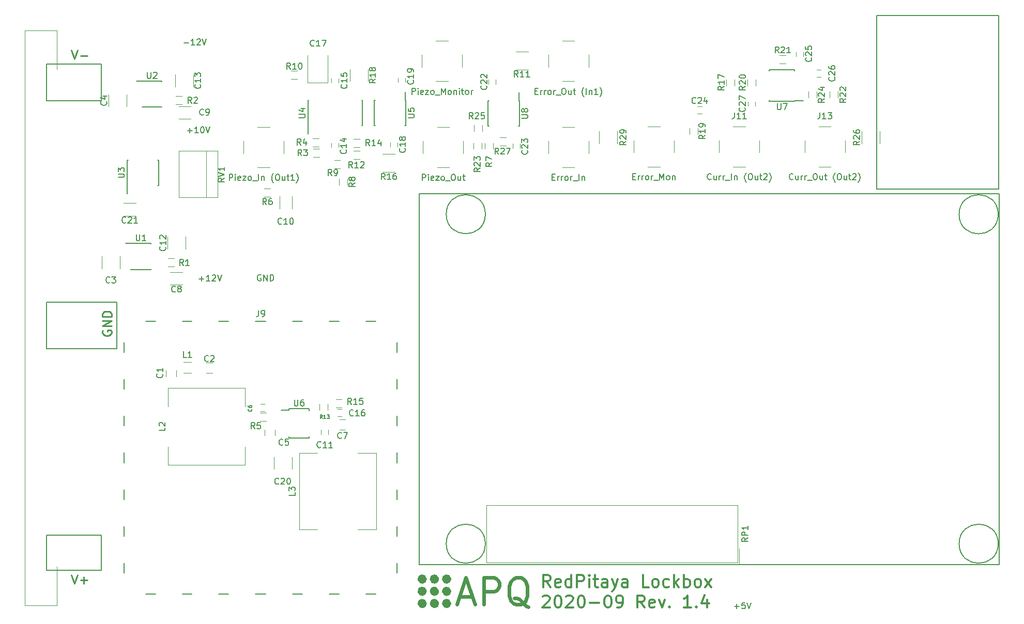
<source format=gbr>
G04 #@! TF.GenerationSoftware,KiCad,Pcbnew,(5.1.5)-3*
G04 #@! TF.CreationDate,2020-09-22T23:44:14+02:00*
G04 #@! TF.ProjectId,RedPitaya_Lockbox,52656450-6974-4617-9961-5f4c6f636b62,1.4*
G04 #@! TF.SameCoordinates,Original*
G04 #@! TF.FileFunction,Legend,Top*
G04 #@! TF.FilePolarity,Positive*
%FSLAX46Y46*%
G04 Gerber Fmt 4.6, Leading zero omitted, Abs format (unit mm)*
G04 Created by KiCad (PCBNEW (5.1.5)-3) date 2020-09-22 23:44:14*
%MOMM*%
%LPD*%
G04 APERTURE LIST*
%ADD10C,0.250000*%
%ADD11C,0.150000*%
%ADD12C,0.350000*%
%ADD13C,1.000000*%
%ADD14C,0.120000*%
%ADD15C,0.600000*%
G04 APERTURE END LIST*
D10*
X84250000Y-95142857D02*
X84178571Y-95285714D01*
X84178571Y-95500000D01*
X84250000Y-95714285D01*
X84392857Y-95857142D01*
X84535714Y-95928571D01*
X84821428Y-96000000D01*
X85035714Y-96000000D01*
X85321428Y-95928571D01*
X85464285Y-95857142D01*
X85607142Y-95714285D01*
X85678571Y-95500000D01*
X85678571Y-95357142D01*
X85607142Y-95142857D01*
X85535714Y-95071428D01*
X85035714Y-95071428D01*
X85035714Y-95357142D01*
X85678571Y-94428571D02*
X84178571Y-94428571D01*
X85678571Y-93571428D01*
X84178571Y-93571428D01*
X85678571Y-92857142D02*
X84178571Y-92857142D01*
X84178571Y-92500000D01*
X84250000Y-92285714D01*
X84392857Y-92142857D01*
X84535714Y-92071428D01*
X84821428Y-92000000D01*
X85035714Y-92000000D01*
X85321428Y-92071428D01*
X85464285Y-92142857D01*
X85607142Y-92285714D01*
X85678571Y-92500000D01*
X85678571Y-92857142D01*
D11*
X75000000Y-98150000D02*
X75000000Y-90550000D01*
X86500000Y-98150000D02*
X75000000Y-98150000D01*
X86500000Y-90550000D02*
X86500000Y-98150000D01*
X75000000Y-90550000D02*
X86500000Y-90550000D01*
D10*
X79071428Y-135178571D02*
X79571428Y-136678571D01*
X80071428Y-135178571D01*
X80571428Y-136107142D02*
X81714285Y-136107142D01*
X81142857Y-136678571D02*
X81142857Y-135535714D01*
D11*
X84000000Y-134500000D02*
X75000000Y-134500000D01*
X84000000Y-128700000D02*
X84000000Y-134500000D01*
X75000000Y-128700000D02*
X84000000Y-128700000D01*
X75000000Y-134500000D02*
X75000000Y-128700000D01*
D10*
X79071428Y-49178571D02*
X79571428Y-50678571D01*
X80071428Y-49178571D01*
X80571428Y-50107142D02*
X81714285Y-50107142D01*
D11*
X84000000Y-57500000D02*
X75000000Y-57500000D01*
X84000000Y-51500000D02*
X84000000Y-57500000D01*
X75000000Y-51500000D02*
X84000000Y-51500000D01*
X75000000Y-57500000D02*
X75000000Y-51500000D01*
X231000000Y-43500000D02*
X231000000Y-72000000D01*
X211000000Y-43500000D02*
X231000000Y-43500000D01*
X211000000Y-72000000D02*
X211000000Y-43500000D01*
X231000000Y-72000000D02*
X211000000Y-72000000D01*
D12*
X157546547Y-137229761D02*
X156879880Y-136277380D01*
X156403690Y-137229761D02*
X156403690Y-135229761D01*
X157165595Y-135229761D01*
X157356071Y-135325000D01*
X157451309Y-135420238D01*
X157546547Y-135610714D01*
X157546547Y-135896428D01*
X157451309Y-136086904D01*
X157356071Y-136182142D01*
X157165595Y-136277380D01*
X156403690Y-136277380D01*
X159165595Y-137134523D02*
X158975119Y-137229761D01*
X158594166Y-137229761D01*
X158403690Y-137134523D01*
X158308452Y-136944047D01*
X158308452Y-136182142D01*
X158403690Y-135991666D01*
X158594166Y-135896428D01*
X158975119Y-135896428D01*
X159165595Y-135991666D01*
X159260833Y-136182142D01*
X159260833Y-136372619D01*
X158308452Y-136563095D01*
X160975119Y-137229761D02*
X160975119Y-135229761D01*
X160975119Y-137134523D02*
X160784642Y-137229761D01*
X160403690Y-137229761D01*
X160213214Y-137134523D01*
X160117976Y-137039285D01*
X160022738Y-136848809D01*
X160022738Y-136277380D01*
X160117976Y-136086904D01*
X160213214Y-135991666D01*
X160403690Y-135896428D01*
X160784642Y-135896428D01*
X160975119Y-135991666D01*
X161927500Y-137229761D02*
X161927500Y-135229761D01*
X162689404Y-135229761D01*
X162879880Y-135325000D01*
X162975119Y-135420238D01*
X163070357Y-135610714D01*
X163070357Y-135896428D01*
X162975119Y-136086904D01*
X162879880Y-136182142D01*
X162689404Y-136277380D01*
X161927500Y-136277380D01*
X163927500Y-137229761D02*
X163927500Y-135896428D01*
X163927500Y-135229761D02*
X163832261Y-135325000D01*
X163927500Y-135420238D01*
X164022738Y-135325000D01*
X163927500Y-135229761D01*
X163927500Y-135420238D01*
X164594166Y-135896428D02*
X165356071Y-135896428D01*
X164879880Y-135229761D02*
X164879880Y-136944047D01*
X164975119Y-137134523D01*
X165165595Y-137229761D01*
X165356071Y-137229761D01*
X166879880Y-137229761D02*
X166879880Y-136182142D01*
X166784642Y-135991666D01*
X166594166Y-135896428D01*
X166213214Y-135896428D01*
X166022738Y-135991666D01*
X166879880Y-137134523D02*
X166689404Y-137229761D01*
X166213214Y-137229761D01*
X166022738Y-137134523D01*
X165927500Y-136944047D01*
X165927500Y-136753571D01*
X166022738Y-136563095D01*
X166213214Y-136467857D01*
X166689404Y-136467857D01*
X166879880Y-136372619D01*
X167641785Y-135896428D02*
X168117976Y-137229761D01*
X168594166Y-135896428D02*
X168117976Y-137229761D01*
X167927500Y-137705952D01*
X167832261Y-137801190D01*
X167641785Y-137896428D01*
X170213214Y-137229761D02*
X170213214Y-136182142D01*
X170117976Y-135991666D01*
X169927500Y-135896428D01*
X169546547Y-135896428D01*
X169356071Y-135991666D01*
X170213214Y-137134523D02*
X170022738Y-137229761D01*
X169546547Y-137229761D01*
X169356071Y-137134523D01*
X169260833Y-136944047D01*
X169260833Y-136753571D01*
X169356071Y-136563095D01*
X169546547Y-136467857D01*
X170022738Y-136467857D01*
X170213214Y-136372619D01*
X173641785Y-137229761D02*
X172689404Y-137229761D01*
X172689404Y-135229761D01*
X174594166Y-137229761D02*
X174403690Y-137134523D01*
X174308452Y-137039285D01*
X174213214Y-136848809D01*
X174213214Y-136277380D01*
X174308452Y-136086904D01*
X174403690Y-135991666D01*
X174594166Y-135896428D01*
X174879880Y-135896428D01*
X175070357Y-135991666D01*
X175165595Y-136086904D01*
X175260833Y-136277380D01*
X175260833Y-136848809D01*
X175165595Y-137039285D01*
X175070357Y-137134523D01*
X174879880Y-137229761D01*
X174594166Y-137229761D01*
X176975119Y-137134523D02*
X176784642Y-137229761D01*
X176403690Y-137229761D01*
X176213214Y-137134523D01*
X176117976Y-137039285D01*
X176022738Y-136848809D01*
X176022738Y-136277380D01*
X176117976Y-136086904D01*
X176213214Y-135991666D01*
X176403690Y-135896428D01*
X176784642Y-135896428D01*
X176975119Y-135991666D01*
X177832261Y-137229761D02*
X177832261Y-135229761D01*
X178022738Y-136467857D02*
X178594166Y-137229761D01*
X178594166Y-135896428D02*
X177832261Y-136658333D01*
X179451309Y-137229761D02*
X179451309Y-135229761D01*
X179451309Y-135991666D02*
X179641785Y-135896428D01*
X180022738Y-135896428D01*
X180213214Y-135991666D01*
X180308452Y-136086904D01*
X180403690Y-136277380D01*
X180403690Y-136848809D01*
X180308452Y-137039285D01*
X180213214Y-137134523D01*
X180022738Y-137229761D01*
X179641785Y-137229761D01*
X179451309Y-137134523D01*
X181546547Y-137229761D02*
X181356071Y-137134523D01*
X181260833Y-137039285D01*
X181165595Y-136848809D01*
X181165595Y-136277380D01*
X181260833Y-136086904D01*
X181356071Y-135991666D01*
X181546547Y-135896428D01*
X181832261Y-135896428D01*
X182022738Y-135991666D01*
X182117976Y-136086904D01*
X182213214Y-136277380D01*
X182213214Y-136848809D01*
X182117976Y-137039285D01*
X182022738Y-137134523D01*
X181832261Y-137229761D01*
X181546547Y-137229761D01*
X182879880Y-137229761D02*
X183927500Y-135896428D01*
X182879880Y-135896428D02*
X183927500Y-137229761D01*
X156308452Y-138770238D02*
X156403690Y-138675000D01*
X156594166Y-138579761D01*
X157070357Y-138579761D01*
X157260833Y-138675000D01*
X157356071Y-138770238D01*
X157451309Y-138960714D01*
X157451309Y-139151190D01*
X157356071Y-139436904D01*
X156213214Y-140579761D01*
X157451309Y-140579761D01*
X158689404Y-138579761D02*
X158879880Y-138579761D01*
X159070357Y-138675000D01*
X159165595Y-138770238D01*
X159260833Y-138960714D01*
X159356071Y-139341666D01*
X159356071Y-139817857D01*
X159260833Y-140198809D01*
X159165595Y-140389285D01*
X159070357Y-140484523D01*
X158879880Y-140579761D01*
X158689404Y-140579761D01*
X158498928Y-140484523D01*
X158403690Y-140389285D01*
X158308452Y-140198809D01*
X158213214Y-139817857D01*
X158213214Y-139341666D01*
X158308452Y-138960714D01*
X158403690Y-138770238D01*
X158498928Y-138675000D01*
X158689404Y-138579761D01*
X160117976Y-138770238D02*
X160213214Y-138675000D01*
X160403690Y-138579761D01*
X160879880Y-138579761D01*
X161070357Y-138675000D01*
X161165595Y-138770238D01*
X161260833Y-138960714D01*
X161260833Y-139151190D01*
X161165595Y-139436904D01*
X160022738Y-140579761D01*
X161260833Y-140579761D01*
X162498928Y-138579761D02*
X162689404Y-138579761D01*
X162879880Y-138675000D01*
X162975119Y-138770238D01*
X163070357Y-138960714D01*
X163165595Y-139341666D01*
X163165595Y-139817857D01*
X163070357Y-140198809D01*
X162975119Y-140389285D01*
X162879880Y-140484523D01*
X162689404Y-140579761D01*
X162498928Y-140579761D01*
X162308452Y-140484523D01*
X162213214Y-140389285D01*
X162117976Y-140198809D01*
X162022738Y-139817857D01*
X162022738Y-139341666D01*
X162117976Y-138960714D01*
X162213214Y-138770238D01*
X162308452Y-138675000D01*
X162498928Y-138579761D01*
X164022738Y-139817857D02*
X165546547Y-139817857D01*
X166879880Y-138579761D02*
X167070357Y-138579761D01*
X167260833Y-138675000D01*
X167356071Y-138770238D01*
X167451309Y-138960714D01*
X167546547Y-139341666D01*
X167546547Y-139817857D01*
X167451309Y-140198809D01*
X167356071Y-140389285D01*
X167260833Y-140484523D01*
X167070357Y-140579761D01*
X166879880Y-140579761D01*
X166689404Y-140484523D01*
X166594166Y-140389285D01*
X166498928Y-140198809D01*
X166403690Y-139817857D01*
X166403690Y-139341666D01*
X166498928Y-138960714D01*
X166594166Y-138770238D01*
X166689404Y-138675000D01*
X166879880Y-138579761D01*
X168498928Y-140579761D02*
X168879880Y-140579761D01*
X169070357Y-140484523D01*
X169165595Y-140389285D01*
X169356071Y-140103571D01*
X169451309Y-139722619D01*
X169451309Y-138960714D01*
X169356071Y-138770238D01*
X169260833Y-138675000D01*
X169070357Y-138579761D01*
X168689404Y-138579761D01*
X168498928Y-138675000D01*
X168403690Y-138770238D01*
X168308452Y-138960714D01*
X168308452Y-139436904D01*
X168403690Y-139627380D01*
X168498928Y-139722619D01*
X168689404Y-139817857D01*
X169070357Y-139817857D01*
X169260833Y-139722619D01*
X169356071Y-139627380D01*
X169451309Y-139436904D01*
X172975119Y-140579761D02*
X172308452Y-139627380D01*
X171832261Y-140579761D02*
X171832261Y-138579761D01*
X172594166Y-138579761D01*
X172784642Y-138675000D01*
X172879880Y-138770238D01*
X172975119Y-138960714D01*
X172975119Y-139246428D01*
X172879880Y-139436904D01*
X172784642Y-139532142D01*
X172594166Y-139627380D01*
X171832261Y-139627380D01*
X174594166Y-140484523D02*
X174403690Y-140579761D01*
X174022738Y-140579761D01*
X173832261Y-140484523D01*
X173737023Y-140294047D01*
X173737023Y-139532142D01*
X173832261Y-139341666D01*
X174022738Y-139246428D01*
X174403690Y-139246428D01*
X174594166Y-139341666D01*
X174689404Y-139532142D01*
X174689404Y-139722619D01*
X173737023Y-139913095D01*
X175356071Y-139246428D02*
X175832261Y-140579761D01*
X176308452Y-139246428D01*
X177070357Y-140389285D02*
X177165595Y-140484523D01*
X177070357Y-140579761D01*
X176975119Y-140484523D01*
X177070357Y-140389285D01*
X177070357Y-140579761D01*
X180594166Y-140579761D02*
X179451309Y-140579761D01*
X180022738Y-140579761D02*
X180022738Y-138579761D01*
X179832261Y-138865476D01*
X179641785Y-139055952D01*
X179451309Y-139151190D01*
X181451309Y-140389285D02*
X181546547Y-140484523D01*
X181451309Y-140579761D01*
X181356071Y-140484523D01*
X181451309Y-140389285D01*
X181451309Y-140579761D01*
X183260833Y-139246428D02*
X183260833Y-140579761D01*
X182784642Y-138484523D02*
X182308452Y-139913095D01*
X183546547Y-139913095D01*
D13*
X136804000Y-139900000D02*
G75*
G03X136804000Y-139900000I-254000J0D01*
G01*
X138804000Y-139900000D02*
G75*
G03X138804000Y-139900000I-254000J0D01*
G01*
X140804000Y-139900000D02*
G75*
G03X140804000Y-139900000I-254000J0D01*
G01*
X140804000Y-137900000D02*
G75*
G03X140804000Y-137900000I-254000J0D01*
G01*
X138804000Y-137900000D02*
G75*
G03X138804000Y-137900000I-254000J0D01*
G01*
X136804000Y-137900000D02*
G75*
G03X136804000Y-137900000I-254000J0D01*
G01*
X138804000Y-135900000D02*
G75*
G03X138804000Y-135900000I-254000J0D01*
G01*
X136804000Y-135900000D02*
G75*
G03X136804000Y-135900000I-254000J0D01*
G01*
X140804000Y-135900000D02*
G75*
G03X140804000Y-135900000I-254000J0D01*
G01*
D14*
X122920000Y-71300000D02*
X122920000Y-70300000D01*
X124280000Y-70300000D02*
X124280000Y-71300000D01*
D11*
X132435000Y-133250000D02*
X132435000Y-134850000D01*
X87765000Y-133250000D02*
X87765000Y-134850000D01*
X132435000Y-127250000D02*
X132435000Y-128850000D01*
X87765000Y-127250000D02*
X87765000Y-128850000D01*
X132435000Y-121250000D02*
X132435000Y-122850000D01*
X87765000Y-121250000D02*
X87765000Y-122850000D01*
X132435000Y-115150000D02*
X132435000Y-116850000D01*
X87765000Y-115150000D02*
X87765000Y-116850000D01*
X132435000Y-109150000D02*
X132435000Y-110750000D01*
X87765000Y-109150000D02*
X87765000Y-110750000D01*
X132435000Y-103150000D02*
X132435000Y-104750000D01*
X87765000Y-103150000D02*
X87765000Y-104750000D01*
X132435000Y-97150000D02*
X132435000Y-98750000D01*
X87765000Y-97150000D02*
X87765000Y-98750000D01*
X127350000Y-138335000D02*
X128950000Y-138335000D01*
X127350000Y-93665000D02*
X128950000Y-93665000D01*
X121350000Y-138335000D02*
X122950000Y-138335000D01*
X121350000Y-93665000D02*
X122950000Y-93665000D01*
X115350000Y-138335000D02*
X116950000Y-138335000D01*
X115350000Y-93665000D02*
X116950000Y-93665000D01*
X109250000Y-138335000D02*
X110950000Y-138335000D01*
X109250000Y-93665000D02*
X110950000Y-93665000D01*
X103250000Y-138335000D02*
X104850000Y-138335000D01*
X103250000Y-93665000D02*
X104850000Y-93665000D01*
X97250000Y-138335000D02*
X98850000Y-138335000D01*
X97250000Y-93665000D02*
X98850000Y-93665000D01*
X91250000Y-138335000D02*
X92850000Y-138335000D01*
X91250000Y-93665000D02*
X92850000Y-93665000D01*
D14*
X96730000Y-73350000D02*
X96730000Y-65730000D01*
X103070000Y-65730000D02*
X103070000Y-73350000D01*
X101170000Y-73350000D02*
X101170000Y-65730000D01*
X103070000Y-73350000D02*
X96730000Y-73350000D01*
X103070000Y-65730000D02*
X96730000Y-65730000D01*
D11*
X88225000Y-71375000D02*
X88275000Y-71375000D01*
X88225000Y-67225000D02*
X88370000Y-67225000D01*
X93375000Y-67225000D02*
X93230000Y-67225000D01*
X93375000Y-71375000D02*
X93230000Y-71375000D01*
X88225000Y-71375000D02*
X88225000Y-67225000D01*
X93375000Y-71375000D02*
X93375000Y-67225000D01*
X88275000Y-71375000D02*
X88275000Y-72775000D01*
X93922500Y-54286250D02*
X93922500Y-54351250D01*
X93922500Y-58536250D02*
X93922500Y-58471250D01*
X90672500Y-58536250D02*
X90672500Y-58471250D01*
X90672500Y-54286250D02*
X93922500Y-54286250D01*
X90672500Y-58536250D02*
X93922500Y-58536250D01*
X90672500Y-54286250D02*
X89747500Y-54286250D01*
X92115000Y-80895000D02*
X92115000Y-80960000D01*
X92115000Y-85145000D02*
X92115000Y-85080000D01*
X88865000Y-85145000D02*
X88865000Y-85080000D01*
X88865000Y-80895000D02*
X92115000Y-80895000D01*
X88865000Y-85145000D02*
X92115000Y-85145000D01*
X88865000Y-80895000D02*
X87940000Y-80895000D01*
D14*
X117810000Y-54565000D02*
X117810000Y-50015000D01*
X121110000Y-54565000D02*
X121110000Y-50015000D01*
X117810000Y-54565000D02*
X121110000Y-54565000D01*
X115220000Y-75200000D02*
X115220000Y-73200000D01*
X113180000Y-73200000D02*
X113180000Y-75200000D01*
X151900000Y-49420000D02*
X153900000Y-49420000D01*
X153900000Y-52380000D02*
X151900000Y-52380000D01*
X87660000Y-76340000D02*
X89660000Y-76340000D01*
X89660000Y-74300000D02*
X87660000Y-74300000D01*
X96670000Y-60440000D02*
X98670000Y-60440000D01*
X98670000Y-58400000D02*
X96670000Y-58400000D01*
X97300000Y-85580000D02*
X95300000Y-85580000D01*
X95300000Y-87620000D02*
X97300000Y-87620000D01*
X116100000Y-53980000D02*
X115100000Y-53980000D01*
X115100000Y-52620000D02*
X116100000Y-52620000D01*
X96110000Y-55190000D02*
X96110000Y-53190000D01*
X99070000Y-53190000D02*
X99070000Y-55190000D01*
X97830000Y-79800000D02*
X97830000Y-81800000D01*
X94870000Y-81800000D02*
X94870000Y-79800000D01*
X88180000Y-56450000D02*
X88180000Y-58450000D01*
X85220000Y-58450000D02*
X85220000Y-56450000D01*
X84120000Y-85000000D02*
X84120000Y-83000000D01*
X87080000Y-83000000D02*
X87080000Y-85000000D01*
X122900000Y-64450000D02*
X122900000Y-65150000D01*
X121700000Y-65150000D02*
X121700000Y-64450000D01*
X121700000Y-54550000D02*
X121700000Y-53850000D01*
X122900000Y-53850000D02*
X122900000Y-54550000D01*
X132500000Y-64350000D02*
X132500000Y-65050000D01*
X131300000Y-65050000D02*
X131300000Y-64350000D01*
X132600000Y-54450000D02*
X132600000Y-53750000D01*
X133800000Y-53750000D02*
X133800000Y-54450000D01*
X147400000Y-54750000D02*
X147400000Y-54050000D01*
X148600000Y-54050000D02*
X148600000Y-54750000D01*
X152600000Y-64550000D02*
X152600000Y-65250000D01*
X151400000Y-65250000D02*
X151400000Y-64550000D01*
X109600000Y-61800000D02*
X111600000Y-61800000D01*
X109600000Y-68400000D02*
X111600000Y-68400000D01*
X113900000Y-64100000D02*
X113900000Y-66100000D01*
X107300000Y-64100000D02*
X107300000Y-66100000D01*
X139000000Y-61800000D02*
X141000000Y-61800000D01*
X139000000Y-68400000D02*
X141000000Y-68400000D01*
X143300000Y-64100000D02*
X143300000Y-66100000D01*
X136700000Y-64100000D02*
X136700000Y-66100000D01*
X159500000Y-61800000D02*
X161500000Y-61800000D01*
X159500000Y-68400000D02*
X161500000Y-68400000D01*
X163800000Y-64100000D02*
X163800000Y-66100000D01*
X157200000Y-64100000D02*
X157200000Y-66100000D01*
X159500000Y-47700000D02*
X161500000Y-47700000D01*
X159500000Y-54300000D02*
X161500000Y-54300000D01*
X163800000Y-50000000D02*
X163800000Y-52000000D01*
X157200000Y-50000000D02*
X157200000Y-52000000D01*
X95900000Y-84680000D02*
X94900000Y-84680000D01*
X94900000Y-83320000D02*
X95900000Y-83320000D01*
X96200000Y-56720000D02*
X97200000Y-56720000D01*
X97200000Y-58080000D02*
X96200000Y-58080000D01*
X119730000Y-66710000D02*
X118730000Y-66710000D01*
X118730000Y-65350000D02*
X119730000Y-65350000D01*
X119660000Y-65040000D02*
X118660000Y-65040000D01*
X118660000Y-63680000D02*
X119660000Y-63680000D01*
X110700000Y-71920000D02*
X111700000Y-71920000D01*
X111700000Y-73280000D02*
X110700000Y-73280000D01*
X148180000Y-64400000D02*
X148180000Y-65400000D01*
X146820000Y-65400000D02*
X146820000Y-64400000D01*
X122150000Y-67220000D02*
X123150000Y-67220000D01*
X123150000Y-68580000D02*
X122150000Y-68580000D01*
X126300000Y-67080000D02*
X125300000Y-67080000D01*
X125300000Y-65720000D02*
X126300000Y-65720000D01*
X125310000Y-63780000D02*
X126310000Y-63780000D01*
X126310000Y-65140000D02*
X125310000Y-65140000D01*
X130100000Y-66220000D02*
X132100000Y-66220000D01*
X132100000Y-69180000D02*
X130100000Y-69180000D01*
X124720000Y-54300000D02*
X124720000Y-52300000D01*
X127680000Y-52300000D02*
X127680000Y-54300000D01*
X144920000Y-65400000D02*
X144920000Y-64400000D01*
X146280000Y-64400000D02*
X146280000Y-65400000D01*
X146380000Y-61500000D02*
X146380000Y-62500000D01*
X145020000Y-62500000D02*
X145020000Y-61500000D01*
X149300000Y-63520000D02*
X150300000Y-63520000D01*
X150300000Y-64880000D02*
X149300000Y-64880000D01*
X168480000Y-62500000D02*
X168480000Y-64500000D01*
X165520000Y-64500000D02*
X165520000Y-62500000D01*
D11*
X117850000Y-61575000D02*
X117875000Y-61575000D01*
X117850000Y-57425000D02*
X117965000Y-57425000D01*
X126750000Y-57425000D02*
X126635000Y-57425000D01*
X126750000Y-61575000D02*
X126635000Y-61575000D01*
X117850000Y-61575000D02*
X117850000Y-57425000D01*
X126750000Y-61575000D02*
X126750000Y-57425000D01*
X117875000Y-61575000D02*
X117875000Y-62950000D01*
X133875000Y-57425000D02*
X133825000Y-57425000D01*
X133875000Y-61575000D02*
X133730000Y-61575000D01*
X128725000Y-61575000D02*
X128870000Y-61575000D01*
X128725000Y-57425000D02*
X128870000Y-57425000D01*
X133875000Y-57425000D02*
X133875000Y-61575000D01*
X128725000Y-57425000D02*
X128725000Y-61575000D01*
X133825000Y-57425000D02*
X133825000Y-56025000D01*
X152475000Y-57525000D02*
X152425000Y-57525000D01*
X152475000Y-61675000D02*
X152330000Y-61675000D01*
X147325000Y-61675000D02*
X147470000Y-61675000D01*
X147325000Y-57525000D02*
X147470000Y-57525000D01*
X152475000Y-57525000D02*
X152475000Y-61675000D01*
X147325000Y-57525000D02*
X147325000Y-61675000D01*
X152425000Y-57525000D02*
X152425000Y-56125000D01*
D14*
X138800000Y-47700000D02*
X140800000Y-47700000D01*
X138800000Y-54300000D02*
X140800000Y-54300000D01*
X143100000Y-50000000D02*
X143100000Y-52000000D01*
X136500000Y-50000000D02*
X136500000Y-52000000D01*
X173500000Y-61700000D02*
X175500000Y-61700000D01*
X173500000Y-68300000D02*
X175500000Y-68300000D01*
X177800000Y-64000000D02*
X177800000Y-66000000D01*
X171200000Y-64000000D02*
X171200000Y-66000000D01*
X96250000Y-102700000D02*
X96250000Y-101700000D01*
X94550000Y-101700000D02*
X94550000Y-102700000D01*
X102200000Y-100450000D02*
X101200000Y-100450000D01*
X101200000Y-102150000D02*
X102200000Y-102150000D01*
X112450000Y-112400000D02*
X112450000Y-111400000D01*
X110750000Y-111400000D02*
X110750000Y-112400000D01*
X110750000Y-108400000D02*
X110050000Y-108400000D01*
X110050000Y-107200000D02*
X110750000Y-107200000D01*
X124000000Y-109750000D02*
X123000000Y-109750000D01*
X123000000Y-111450000D02*
X124000000Y-111450000D01*
X120000000Y-112150000D02*
X120000000Y-111450000D01*
X121200000Y-111450000D02*
X121200000Y-112150000D01*
X122650000Y-108000000D02*
X123350000Y-108000000D01*
X123350000Y-109200000D02*
X122650000Y-109200000D01*
X112320000Y-115900000D02*
X112320000Y-117900000D01*
X115280000Y-117900000D02*
X115280000Y-115900000D01*
X76760000Y-45983000D02*
X76760000Y-52333000D01*
X71460000Y-45983000D02*
X76760000Y-45983000D01*
X71460000Y-140217000D02*
X71460000Y-45983000D01*
X76760000Y-140217000D02*
X71460000Y-140217000D01*
X76760000Y-140217000D02*
X76760000Y-133867000D01*
X98700000Y-102080000D02*
X97500000Y-102080000D01*
X97500000Y-100320000D02*
X98700000Y-100320000D01*
X107500000Y-114200000D02*
X107500000Y-117200000D01*
X107500000Y-117200000D02*
X94900000Y-117200000D01*
X94900000Y-117200000D02*
X94900000Y-114200000D01*
X94900000Y-107600000D02*
X94900000Y-104600000D01*
X94900000Y-104600000D02*
X107500000Y-104600000D01*
X107500000Y-104600000D02*
X107500000Y-107600000D01*
X126000000Y-115200000D02*
X129000000Y-115200000D01*
X129000000Y-115200000D02*
X129000000Y-127800000D01*
X129000000Y-127800000D02*
X126000000Y-127800000D01*
X119400000Y-127800000D02*
X116400000Y-127800000D01*
X116400000Y-127800000D02*
X116400000Y-115200000D01*
X116400000Y-115200000D02*
X119400000Y-115200000D01*
X110000000Y-108620000D02*
X111000000Y-108620000D01*
X111000000Y-109980000D02*
X110000000Y-109980000D01*
X121080000Y-107200000D02*
X121080000Y-108200000D01*
X119720000Y-108200000D02*
X119720000Y-107200000D01*
X122400000Y-106420000D02*
X123400000Y-106420000D01*
X123400000Y-107780000D02*
X122400000Y-107780000D01*
D11*
X114725000Y-107975000D02*
X114725000Y-108200000D01*
X118075000Y-107975000D02*
X118075000Y-108275000D01*
X118075000Y-112825000D02*
X118075000Y-112525000D01*
X114725000Y-112825000D02*
X114725000Y-112525000D01*
X114725000Y-107975000D02*
X118075000Y-107975000D01*
X114725000Y-112825000D02*
X118075000Y-112825000D01*
X114725000Y-108200000D02*
X113500000Y-108200000D01*
X231100000Y-133500000D02*
X136100000Y-133500000D01*
X136100000Y-133500000D02*
X136100000Y-72700000D01*
X136100000Y-72700000D02*
X231100000Y-72700000D01*
X231100000Y-72700000D02*
X231100000Y-133500000D01*
X230903701Y-130100000D02*
G75*
G03X230903701Y-130100000I-3203701J0D01*
G01*
X230904949Y-76110000D02*
G75*
G03X230904949Y-76110000I-3204949J0D01*
G01*
X146902202Y-130100000D02*
G75*
G03X146902202Y-130100000I-3202202J0D01*
G01*
X146904122Y-76090000D02*
G75*
G03X146904122Y-76090000I-3204122J0D01*
G01*
D14*
X188217000Y-123822000D02*
X147037000Y-123822000D01*
X147037000Y-123822000D02*
X147037000Y-133172000D01*
X147037000Y-133172000D02*
X188217000Y-133172000D01*
X188217000Y-133172000D02*
X188217000Y-123822000D01*
X188467000Y-133422000D02*
X185927000Y-133422000D01*
X188467000Y-133422000D02*
X188467000Y-130882000D01*
X182350000Y-59600000D02*
X181650000Y-59600000D01*
X181650000Y-58400000D02*
X182350000Y-58400000D01*
X197800000Y-50250000D02*
X197800000Y-49550000D01*
X199000000Y-49550000D02*
X199000000Y-50250000D01*
X201150000Y-52400000D02*
X201850000Y-52400000D01*
X201850000Y-53600000D02*
X201150000Y-53600000D01*
X189900000Y-58350000D02*
X189900000Y-57650000D01*
X191100000Y-57650000D02*
X191100000Y-58350000D01*
X185200000Y-64000000D02*
X185200000Y-66000000D01*
X191800000Y-64000000D02*
X191800000Y-66000000D01*
X187500000Y-68300000D02*
X189500000Y-68300000D01*
X187500000Y-61700000D02*
X189500000Y-61700000D01*
X201500000Y-61700000D02*
X203500000Y-61700000D01*
X201500000Y-68300000D02*
X203500000Y-68300000D01*
X205800000Y-64000000D02*
X205800000Y-66000000D01*
X199200000Y-64000000D02*
X199200000Y-66000000D01*
X187680000Y-54000000D02*
X187680000Y-55000000D01*
X186320000Y-55000000D02*
X186320000Y-54000000D01*
X180320000Y-63000000D02*
X180320000Y-62000000D01*
X181680000Y-62000000D02*
X181680000Y-63000000D01*
X189820000Y-55000000D02*
X189820000Y-54000000D01*
X191180000Y-54000000D02*
X191180000Y-55000000D01*
X196100000Y-51380000D02*
X195100000Y-51380000D01*
X195100000Y-50020000D02*
X196100000Y-50020000D01*
X204680000Y-56000000D02*
X204680000Y-57000000D01*
X203320000Y-57000000D02*
X203320000Y-56000000D01*
X199820000Y-57000000D02*
X199820000Y-56000000D01*
X201180000Y-56000000D02*
X201180000Y-57000000D01*
X208520000Y-64500000D02*
X208520000Y-62500000D01*
X211480000Y-62500000D02*
X211480000Y-64500000D01*
D11*
X197575000Y-57525000D02*
X198975000Y-57525000D01*
X197575000Y-52425000D02*
X193425000Y-52425000D01*
X197575000Y-57575000D02*
X193425000Y-57575000D01*
X197575000Y-52425000D02*
X197575000Y-52570000D01*
X193425000Y-52425000D02*
X193425000Y-52570000D01*
X193425000Y-57575000D02*
X193425000Y-57430000D01*
X197575000Y-57575000D02*
X197575000Y-57525000D01*
D15*
X142657619Y-138793333D02*
X144752857Y-138793333D01*
X142238571Y-140050476D02*
X143705238Y-135650476D01*
X145171904Y-140050476D01*
X146638571Y-140050476D02*
X146638571Y-135650476D01*
X148314761Y-135650476D01*
X148733809Y-135860000D01*
X148943333Y-136069523D01*
X149152857Y-136488571D01*
X149152857Y-137117142D01*
X148943333Y-137536190D01*
X148733809Y-137745714D01*
X148314761Y-137955238D01*
X146638571Y-137955238D01*
X153971904Y-140469523D02*
X153552857Y-140260000D01*
X153133809Y-139840952D01*
X152505238Y-139212380D01*
X152086190Y-139002857D01*
X151667142Y-139002857D01*
X151876666Y-140050476D02*
X151457619Y-139840952D01*
X151038571Y-139421904D01*
X150829047Y-138583809D01*
X150829047Y-137117142D01*
X151038571Y-136279047D01*
X151457619Y-135860000D01*
X151876666Y-135650476D01*
X152714761Y-135650476D01*
X153133809Y-135860000D01*
X153552857Y-136279047D01*
X153762380Y-137117142D01*
X153762380Y-138583809D01*
X153552857Y-139421904D01*
X153133809Y-139840952D01*
X152714761Y-140050476D01*
X151876666Y-140050476D01*
D11*
X125552380Y-70966666D02*
X125076190Y-71300000D01*
X125552380Y-71538095D02*
X124552380Y-71538095D01*
X124552380Y-71157142D01*
X124600000Y-71061904D01*
X124647619Y-71014285D01*
X124742857Y-70966666D01*
X124885714Y-70966666D01*
X124980952Y-71014285D01*
X125028571Y-71061904D01*
X125076190Y-71157142D01*
X125076190Y-71538095D01*
X124980952Y-70395238D02*
X124933333Y-70490476D01*
X124885714Y-70538095D01*
X124790476Y-70585714D01*
X124742857Y-70585714D01*
X124647619Y-70538095D01*
X124600000Y-70490476D01*
X124552380Y-70395238D01*
X124552380Y-70204761D01*
X124600000Y-70109523D01*
X124647619Y-70061904D01*
X124742857Y-70014285D01*
X124790476Y-70014285D01*
X124885714Y-70061904D01*
X124933333Y-70109523D01*
X124980952Y-70204761D01*
X124980952Y-70395238D01*
X125028571Y-70490476D01*
X125076190Y-70538095D01*
X125171428Y-70585714D01*
X125361904Y-70585714D01*
X125457142Y-70538095D01*
X125504761Y-70490476D01*
X125552380Y-70395238D01*
X125552380Y-70204761D01*
X125504761Y-70109523D01*
X125457142Y-70061904D01*
X125361904Y-70014285D01*
X125171428Y-70014285D01*
X125076190Y-70061904D01*
X125028571Y-70109523D01*
X124980952Y-70204761D01*
X109766666Y-91862380D02*
X109766666Y-92576666D01*
X109719047Y-92719523D01*
X109623809Y-92814761D01*
X109480952Y-92862380D01*
X109385714Y-92862380D01*
X110290476Y-92862380D02*
X110480952Y-92862380D01*
X110576190Y-92814761D01*
X110623809Y-92767142D01*
X110719047Y-92624285D01*
X110766666Y-92433809D01*
X110766666Y-92052857D01*
X110719047Y-91957619D01*
X110671428Y-91910000D01*
X110576190Y-91862380D01*
X110385714Y-91862380D01*
X110290476Y-91910000D01*
X110242857Y-91957619D01*
X110195238Y-92052857D01*
X110195238Y-92290952D01*
X110242857Y-92386190D01*
X110290476Y-92433809D01*
X110385714Y-92481428D01*
X110576190Y-92481428D01*
X110671428Y-92433809D01*
X110719047Y-92386190D01*
X110766666Y-92290952D01*
X104152380Y-70185238D02*
X103676190Y-70518571D01*
X104152380Y-70756666D02*
X103152380Y-70756666D01*
X103152380Y-70375714D01*
X103200000Y-70280476D01*
X103247619Y-70232857D01*
X103342857Y-70185238D01*
X103485714Y-70185238D01*
X103580952Y-70232857D01*
X103628571Y-70280476D01*
X103676190Y-70375714D01*
X103676190Y-70756666D01*
X103152380Y-69899523D02*
X104152380Y-69566190D01*
X103152380Y-69232857D01*
X104152380Y-68375714D02*
X104152380Y-68947142D01*
X104152380Y-68661428D02*
X103152380Y-68661428D01*
X103295238Y-68756666D01*
X103390476Y-68851904D01*
X103438095Y-68947142D01*
X86752380Y-70061904D02*
X87561904Y-70061904D01*
X87657142Y-70014285D01*
X87704761Y-69966666D01*
X87752380Y-69871428D01*
X87752380Y-69680952D01*
X87704761Y-69585714D01*
X87657142Y-69538095D01*
X87561904Y-69490476D01*
X86752380Y-69490476D01*
X86752380Y-69109523D02*
X86752380Y-68490476D01*
X87133333Y-68823809D01*
X87133333Y-68680952D01*
X87180952Y-68585714D01*
X87228571Y-68538095D01*
X87323809Y-68490476D01*
X87561904Y-68490476D01*
X87657142Y-68538095D01*
X87704761Y-68585714D01*
X87752380Y-68680952D01*
X87752380Y-68966666D01*
X87704761Y-69061904D01*
X87657142Y-69109523D01*
X91535595Y-52813630D02*
X91535595Y-53623154D01*
X91583214Y-53718392D01*
X91630833Y-53766011D01*
X91726071Y-53813630D01*
X91916547Y-53813630D01*
X92011785Y-53766011D01*
X92059404Y-53718392D01*
X92107023Y-53623154D01*
X92107023Y-52813630D01*
X92535595Y-52908869D02*
X92583214Y-52861250D01*
X92678452Y-52813630D01*
X92916547Y-52813630D01*
X93011785Y-52861250D01*
X93059404Y-52908869D01*
X93107023Y-53004107D01*
X93107023Y-53099345D01*
X93059404Y-53242202D01*
X92487976Y-53813630D01*
X93107023Y-53813630D01*
X89728095Y-79422380D02*
X89728095Y-80231904D01*
X89775714Y-80327142D01*
X89823333Y-80374761D01*
X89918571Y-80422380D01*
X90109047Y-80422380D01*
X90204285Y-80374761D01*
X90251904Y-80327142D01*
X90299523Y-80231904D01*
X90299523Y-79422380D01*
X91299523Y-80422380D02*
X90728095Y-80422380D01*
X91013809Y-80422380D02*
X91013809Y-79422380D01*
X90918571Y-79565238D01*
X90823333Y-79660476D01*
X90728095Y-79708095D01*
X98138095Y-62371428D02*
X98900000Y-62371428D01*
X98519047Y-62752380D02*
X98519047Y-61990476D01*
X99900000Y-62752380D02*
X99328571Y-62752380D01*
X99614285Y-62752380D02*
X99614285Y-61752380D01*
X99519047Y-61895238D01*
X99423809Y-61990476D01*
X99328571Y-62038095D01*
X100519047Y-61752380D02*
X100614285Y-61752380D01*
X100709523Y-61800000D01*
X100757142Y-61847619D01*
X100804761Y-61942857D01*
X100852380Y-62133333D01*
X100852380Y-62371428D01*
X100804761Y-62561904D01*
X100757142Y-62657142D01*
X100709523Y-62704761D01*
X100614285Y-62752380D01*
X100519047Y-62752380D01*
X100423809Y-62704761D01*
X100376190Y-62657142D01*
X100328571Y-62561904D01*
X100280952Y-62371428D01*
X100280952Y-62133333D01*
X100328571Y-61942857D01*
X100376190Y-61847619D01*
X100423809Y-61800000D01*
X100519047Y-61752380D01*
X101138095Y-61752380D02*
X101471428Y-62752380D01*
X101804761Y-61752380D01*
X118857142Y-48457142D02*
X118809523Y-48504761D01*
X118666666Y-48552380D01*
X118571428Y-48552380D01*
X118428571Y-48504761D01*
X118333333Y-48409523D01*
X118285714Y-48314285D01*
X118238095Y-48123809D01*
X118238095Y-47980952D01*
X118285714Y-47790476D01*
X118333333Y-47695238D01*
X118428571Y-47600000D01*
X118571428Y-47552380D01*
X118666666Y-47552380D01*
X118809523Y-47600000D01*
X118857142Y-47647619D01*
X119809523Y-48552380D02*
X119238095Y-48552380D01*
X119523809Y-48552380D02*
X119523809Y-47552380D01*
X119428571Y-47695238D01*
X119333333Y-47790476D01*
X119238095Y-47838095D01*
X120142857Y-47552380D02*
X120809523Y-47552380D01*
X120380952Y-48552380D01*
X113537142Y-77647142D02*
X113489523Y-77694761D01*
X113346666Y-77742380D01*
X113251428Y-77742380D01*
X113108571Y-77694761D01*
X113013333Y-77599523D01*
X112965714Y-77504285D01*
X112918095Y-77313809D01*
X112918095Y-77170952D01*
X112965714Y-76980476D01*
X113013333Y-76885238D01*
X113108571Y-76790000D01*
X113251428Y-76742380D01*
X113346666Y-76742380D01*
X113489523Y-76790000D01*
X113537142Y-76837619D01*
X114489523Y-77742380D02*
X113918095Y-77742380D01*
X114203809Y-77742380D02*
X114203809Y-76742380D01*
X114108571Y-76885238D01*
X114013333Y-76980476D01*
X113918095Y-77028095D01*
X115108571Y-76742380D02*
X115203809Y-76742380D01*
X115299047Y-76790000D01*
X115346666Y-76837619D01*
X115394285Y-76932857D01*
X115441904Y-77123333D01*
X115441904Y-77361428D01*
X115394285Y-77551904D01*
X115346666Y-77647142D01*
X115299047Y-77694761D01*
X115203809Y-77742380D01*
X115108571Y-77742380D01*
X115013333Y-77694761D01*
X114965714Y-77647142D01*
X114918095Y-77551904D01*
X114870476Y-77361428D01*
X114870476Y-77123333D01*
X114918095Y-76932857D01*
X114965714Y-76837619D01*
X115013333Y-76790000D01*
X115108571Y-76742380D01*
X187714285Y-140371428D02*
X188476190Y-140371428D01*
X188095238Y-140752380D02*
X188095238Y-139990476D01*
X189428571Y-139752380D02*
X188952380Y-139752380D01*
X188904761Y-140228571D01*
X188952380Y-140180952D01*
X189047619Y-140133333D01*
X189285714Y-140133333D01*
X189380952Y-140180952D01*
X189428571Y-140228571D01*
X189476190Y-140323809D01*
X189476190Y-140561904D01*
X189428571Y-140657142D01*
X189380952Y-140704761D01*
X189285714Y-140752380D01*
X189047619Y-140752380D01*
X188952380Y-140704761D01*
X188904761Y-140657142D01*
X189761904Y-139752380D02*
X190095238Y-140752380D01*
X190428571Y-139752380D01*
X152257142Y-53602380D02*
X151923809Y-53126190D01*
X151685714Y-53602380D02*
X151685714Y-52602380D01*
X152066666Y-52602380D01*
X152161904Y-52650000D01*
X152209523Y-52697619D01*
X152257142Y-52792857D01*
X152257142Y-52935714D01*
X152209523Y-53030952D01*
X152161904Y-53078571D01*
X152066666Y-53126190D01*
X151685714Y-53126190D01*
X153209523Y-53602380D02*
X152638095Y-53602380D01*
X152923809Y-53602380D02*
X152923809Y-52602380D01*
X152828571Y-52745238D01*
X152733333Y-52840476D01*
X152638095Y-52888095D01*
X154161904Y-53602380D02*
X153590476Y-53602380D01*
X153876190Y-53602380D02*
X153876190Y-52602380D01*
X153780952Y-52745238D01*
X153685714Y-52840476D01*
X153590476Y-52888095D01*
X110128095Y-86060000D02*
X110032857Y-86012380D01*
X109890000Y-86012380D01*
X109747142Y-86060000D01*
X109651904Y-86155238D01*
X109604285Y-86250476D01*
X109556666Y-86440952D01*
X109556666Y-86583809D01*
X109604285Y-86774285D01*
X109651904Y-86869523D01*
X109747142Y-86964761D01*
X109890000Y-87012380D01*
X109985238Y-87012380D01*
X110128095Y-86964761D01*
X110175714Y-86917142D01*
X110175714Y-86583809D01*
X109985238Y-86583809D01*
X110604285Y-87012380D02*
X110604285Y-86012380D01*
X111175714Y-87012380D01*
X111175714Y-86012380D01*
X111651904Y-87012380D02*
X111651904Y-86012380D01*
X111890000Y-86012380D01*
X112032857Y-86060000D01*
X112128095Y-86155238D01*
X112175714Y-86250476D01*
X112223333Y-86440952D01*
X112223333Y-86583809D01*
X112175714Y-86774285D01*
X112128095Y-86869523D01*
X112032857Y-86964761D01*
X111890000Y-87012380D01*
X111651904Y-87012380D01*
X97528095Y-47991428D02*
X98290000Y-47991428D01*
X99290000Y-48372380D02*
X98718571Y-48372380D01*
X99004285Y-48372380D02*
X99004285Y-47372380D01*
X98909047Y-47515238D01*
X98813809Y-47610476D01*
X98718571Y-47658095D01*
X99670952Y-47467619D02*
X99718571Y-47420000D01*
X99813809Y-47372380D01*
X100051904Y-47372380D01*
X100147142Y-47420000D01*
X100194761Y-47467619D01*
X100242380Y-47562857D01*
X100242380Y-47658095D01*
X100194761Y-47800952D01*
X99623333Y-48372380D01*
X100242380Y-48372380D01*
X100528095Y-47372380D02*
X100861428Y-48372380D01*
X101194761Y-47372380D01*
X100038095Y-86671428D02*
X100800000Y-86671428D01*
X100419047Y-87052380D02*
X100419047Y-86290476D01*
X101800000Y-87052380D02*
X101228571Y-87052380D01*
X101514285Y-87052380D02*
X101514285Y-86052380D01*
X101419047Y-86195238D01*
X101323809Y-86290476D01*
X101228571Y-86338095D01*
X102180952Y-86147619D02*
X102228571Y-86100000D01*
X102323809Y-86052380D01*
X102561904Y-86052380D01*
X102657142Y-86100000D01*
X102704761Y-86147619D01*
X102752380Y-86242857D01*
X102752380Y-86338095D01*
X102704761Y-86480952D01*
X102133333Y-87052380D01*
X102752380Y-87052380D01*
X103038095Y-86052380D02*
X103371428Y-87052380D01*
X103704761Y-86052380D01*
X88017142Y-77427142D02*
X87969523Y-77474761D01*
X87826666Y-77522380D01*
X87731428Y-77522380D01*
X87588571Y-77474761D01*
X87493333Y-77379523D01*
X87445714Y-77284285D01*
X87398095Y-77093809D01*
X87398095Y-76950952D01*
X87445714Y-76760476D01*
X87493333Y-76665238D01*
X87588571Y-76570000D01*
X87731428Y-76522380D01*
X87826666Y-76522380D01*
X87969523Y-76570000D01*
X88017142Y-76617619D01*
X88398095Y-76617619D02*
X88445714Y-76570000D01*
X88540952Y-76522380D01*
X88779047Y-76522380D01*
X88874285Y-76570000D01*
X88921904Y-76617619D01*
X88969523Y-76712857D01*
X88969523Y-76808095D01*
X88921904Y-76950952D01*
X88350476Y-77522380D01*
X88969523Y-77522380D01*
X89921904Y-77522380D02*
X89350476Y-77522380D01*
X89636190Y-77522380D02*
X89636190Y-76522380D01*
X89540952Y-76665238D01*
X89445714Y-76760476D01*
X89350476Y-76808095D01*
X100733333Y-59757142D02*
X100685714Y-59804761D01*
X100542857Y-59852380D01*
X100447619Y-59852380D01*
X100304761Y-59804761D01*
X100209523Y-59709523D01*
X100161904Y-59614285D01*
X100114285Y-59423809D01*
X100114285Y-59280952D01*
X100161904Y-59090476D01*
X100209523Y-58995238D01*
X100304761Y-58900000D01*
X100447619Y-58852380D01*
X100542857Y-58852380D01*
X100685714Y-58900000D01*
X100733333Y-58947619D01*
X101209523Y-59852380D02*
X101400000Y-59852380D01*
X101495238Y-59804761D01*
X101542857Y-59757142D01*
X101638095Y-59614285D01*
X101685714Y-59423809D01*
X101685714Y-59042857D01*
X101638095Y-58947619D01*
X101590476Y-58900000D01*
X101495238Y-58852380D01*
X101304761Y-58852380D01*
X101209523Y-58900000D01*
X101161904Y-58947619D01*
X101114285Y-59042857D01*
X101114285Y-59280952D01*
X101161904Y-59376190D01*
X101209523Y-59423809D01*
X101304761Y-59471428D01*
X101495238Y-59471428D01*
X101590476Y-59423809D01*
X101638095Y-59376190D01*
X101685714Y-59280952D01*
X96133333Y-88757142D02*
X96085714Y-88804761D01*
X95942857Y-88852380D01*
X95847619Y-88852380D01*
X95704761Y-88804761D01*
X95609523Y-88709523D01*
X95561904Y-88614285D01*
X95514285Y-88423809D01*
X95514285Y-88280952D01*
X95561904Y-88090476D01*
X95609523Y-87995238D01*
X95704761Y-87900000D01*
X95847619Y-87852380D01*
X95942857Y-87852380D01*
X96085714Y-87900000D01*
X96133333Y-87947619D01*
X96704761Y-88280952D02*
X96609523Y-88233333D01*
X96561904Y-88185714D01*
X96514285Y-88090476D01*
X96514285Y-88042857D01*
X96561904Y-87947619D01*
X96609523Y-87900000D01*
X96704761Y-87852380D01*
X96895238Y-87852380D01*
X96990476Y-87900000D01*
X97038095Y-87947619D01*
X97085714Y-88042857D01*
X97085714Y-88090476D01*
X97038095Y-88185714D01*
X96990476Y-88233333D01*
X96895238Y-88280952D01*
X96704761Y-88280952D01*
X96609523Y-88328571D01*
X96561904Y-88376190D01*
X96514285Y-88471428D01*
X96514285Y-88661904D01*
X96561904Y-88757142D01*
X96609523Y-88804761D01*
X96704761Y-88852380D01*
X96895238Y-88852380D01*
X96990476Y-88804761D01*
X97038095Y-88757142D01*
X97085714Y-88661904D01*
X97085714Y-88471428D01*
X97038095Y-88376190D01*
X96990476Y-88328571D01*
X96895238Y-88280952D01*
X114957142Y-52302380D02*
X114623809Y-51826190D01*
X114385714Y-52302380D02*
X114385714Y-51302380D01*
X114766666Y-51302380D01*
X114861904Y-51350000D01*
X114909523Y-51397619D01*
X114957142Y-51492857D01*
X114957142Y-51635714D01*
X114909523Y-51730952D01*
X114861904Y-51778571D01*
X114766666Y-51826190D01*
X114385714Y-51826190D01*
X115909523Y-52302380D02*
X115338095Y-52302380D01*
X115623809Y-52302380D02*
X115623809Y-51302380D01*
X115528571Y-51445238D01*
X115433333Y-51540476D01*
X115338095Y-51588095D01*
X116528571Y-51302380D02*
X116623809Y-51302380D01*
X116719047Y-51350000D01*
X116766666Y-51397619D01*
X116814285Y-51492857D01*
X116861904Y-51683333D01*
X116861904Y-51921428D01*
X116814285Y-52111904D01*
X116766666Y-52207142D01*
X116719047Y-52254761D01*
X116623809Y-52302380D01*
X116528571Y-52302380D01*
X116433333Y-52254761D01*
X116385714Y-52207142D01*
X116338095Y-52111904D01*
X116290476Y-51921428D01*
X116290476Y-51683333D01*
X116338095Y-51492857D01*
X116385714Y-51397619D01*
X116433333Y-51350000D01*
X116528571Y-51302380D01*
X100197142Y-54832857D02*
X100244761Y-54880476D01*
X100292380Y-55023333D01*
X100292380Y-55118571D01*
X100244761Y-55261428D01*
X100149523Y-55356666D01*
X100054285Y-55404285D01*
X99863809Y-55451904D01*
X99720952Y-55451904D01*
X99530476Y-55404285D01*
X99435238Y-55356666D01*
X99340000Y-55261428D01*
X99292380Y-55118571D01*
X99292380Y-55023333D01*
X99340000Y-54880476D01*
X99387619Y-54832857D01*
X100292380Y-53880476D02*
X100292380Y-54451904D01*
X100292380Y-54166190D02*
X99292380Y-54166190D01*
X99435238Y-54261428D01*
X99530476Y-54356666D01*
X99578095Y-54451904D01*
X99292380Y-53547142D02*
X99292380Y-52928095D01*
X99673333Y-53261428D01*
X99673333Y-53118571D01*
X99720952Y-53023333D01*
X99768571Y-52975714D01*
X99863809Y-52928095D01*
X100101904Y-52928095D01*
X100197142Y-52975714D01*
X100244761Y-53023333D01*
X100292380Y-53118571D01*
X100292380Y-53404285D01*
X100244761Y-53499523D01*
X100197142Y-53547142D01*
X94457142Y-81442857D02*
X94504761Y-81490476D01*
X94552380Y-81633333D01*
X94552380Y-81728571D01*
X94504761Y-81871428D01*
X94409523Y-81966666D01*
X94314285Y-82014285D01*
X94123809Y-82061904D01*
X93980952Y-82061904D01*
X93790476Y-82014285D01*
X93695238Y-81966666D01*
X93600000Y-81871428D01*
X93552380Y-81728571D01*
X93552380Y-81633333D01*
X93600000Y-81490476D01*
X93647619Y-81442857D01*
X94552380Y-80490476D02*
X94552380Y-81061904D01*
X94552380Y-80776190D02*
X93552380Y-80776190D01*
X93695238Y-80871428D01*
X93790476Y-80966666D01*
X93838095Y-81061904D01*
X93647619Y-80109523D02*
X93600000Y-80061904D01*
X93552380Y-79966666D01*
X93552380Y-79728571D01*
X93600000Y-79633333D01*
X93647619Y-79585714D01*
X93742857Y-79538095D01*
X93838095Y-79538095D01*
X93980952Y-79585714D01*
X94552380Y-80157142D01*
X94552380Y-79538095D01*
X84807142Y-57616666D02*
X84854761Y-57664285D01*
X84902380Y-57807142D01*
X84902380Y-57902380D01*
X84854761Y-58045238D01*
X84759523Y-58140476D01*
X84664285Y-58188095D01*
X84473809Y-58235714D01*
X84330952Y-58235714D01*
X84140476Y-58188095D01*
X84045238Y-58140476D01*
X83950000Y-58045238D01*
X83902380Y-57902380D01*
X83902380Y-57807142D01*
X83950000Y-57664285D01*
X83997619Y-57616666D01*
X84235714Y-56759523D02*
X84902380Y-56759523D01*
X83854761Y-56997619D02*
X84569047Y-57235714D01*
X84569047Y-56616666D01*
X85383333Y-87257142D02*
X85335714Y-87304761D01*
X85192857Y-87352380D01*
X85097619Y-87352380D01*
X84954761Y-87304761D01*
X84859523Y-87209523D01*
X84811904Y-87114285D01*
X84764285Y-86923809D01*
X84764285Y-86780952D01*
X84811904Y-86590476D01*
X84859523Y-86495238D01*
X84954761Y-86400000D01*
X85097619Y-86352380D01*
X85192857Y-86352380D01*
X85335714Y-86400000D01*
X85383333Y-86447619D01*
X85716666Y-86352380D02*
X86335714Y-86352380D01*
X86002380Y-86733333D01*
X86145238Y-86733333D01*
X86240476Y-86780952D01*
X86288095Y-86828571D01*
X86335714Y-86923809D01*
X86335714Y-87161904D01*
X86288095Y-87257142D01*
X86240476Y-87304761D01*
X86145238Y-87352380D01*
X85859523Y-87352380D01*
X85764285Y-87304761D01*
X85716666Y-87257142D01*
X124057142Y-65542857D02*
X124104761Y-65590476D01*
X124152380Y-65733333D01*
X124152380Y-65828571D01*
X124104761Y-65971428D01*
X124009523Y-66066666D01*
X123914285Y-66114285D01*
X123723809Y-66161904D01*
X123580952Y-66161904D01*
X123390476Y-66114285D01*
X123295238Y-66066666D01*
X123200000Y-65971428D01*
X123152380Y-65828571D01*
X123152380Y-65733333D01*
X123200000Y-65590476D01*
X123247619Y-65542857D01*
X124152380Y-64590476D02*
X124152380Y-65161904D01*
X124152380Y-64876190D02*
X123152380Y-64876190D01*
X123295238Y-64971428D01*
X123390476Y-65066666D01*
X123438095Y-65161904D01*
X123485714Y-63733333D02*
X124152380Y-63733333D01*
X123104761Y-63971428D02*
X123819047Y-64209523D01*
X123819047Y-63590476D01*
X124157142Y-54842857D02*
X124204761Y-54890476D01*
X124252380Y-55033333D01*
X124252380Y-55128571D01*
X124204761Y-55271428D01*
X124109523Y-55366666D01*
X124014285Y-55414285D01*
X123823809Y-55461904D01*
X123680952Y-55461904D01*
X123490476Y-55414285D01*
X123395238Y-55366666D01*
X123300000Y-55271428D01*
X123252380Y-55128571D01*
X123252380Y-55033333D01*
X123300000Y-54890476D01*
X123347619Y-54842857D01*
X124252380Y-53890476D02*
X124252380Y-54461904D01*
X124252380Y-54176190D02*
X123252380Y-54176190D01*
X123395238Y-54271428D01*
X123490476Y-54366666D01*
X123538095Y-54461904D01*
X123252380Y-52985714D02*
X123252380Y-53461904D01*
X123728571Y-53509523D01*
X123680952Y-53461904D01*
X123633333Y-53366666D01*
X123633333Y-53128571D01*
X123680952Y-53033333D01*
X123728571Y-52985714D01*
X123823809Y-52938095D01*
X124061904Y-52938095D01*
X124157142Y-52985714D01*
X124204761Y-53033333D01*
X124252380Y-53128571D01*
X124252380Y-53366666D01*
X124204761Y-53461904D01*
X124157142Y-53509523D01*
X133727142Y-65312857D02*
X133774761Y-65360476D01*
X133822380Y-65503333D01*
X133822380Y-65598571D01*
X133774761Y-65741428D01*
X133679523Y-65836666D01*
X133584285Y-65884285D01*
X133393809Y-65931904D01*
X133250952Y-65931904D01*
X133060476Y-65884285D01*
X132965238Y-65836666D01*
X132870000Y-65741428D01*
X132822380Y-65598571D01*
X132822380Y-65503333D01*
X132870000Y-65360476D01*
X132917619Y-65312857D01*
X133822380Y-64360476D02*
X133822380Y-64931904D01*
X133822380Y-64646190D02*
X132822380Y-64646190D01*
X132965238Y-64741428D01*
X133060476Y-64836666D01*
X133108095Y-64931904D01*
X133250952Y-63789047D02*
X133203333Y-63884285D01*
X133155714Y-63931904D01*
X133060476Y-63979523D01*
X133012857Y-63979523D01*
X132917619Y-63931904D01*
X132870000Y-63884285D01*
X132822380Y-63789047D01*
X132822380Y-63598571D01*
X132870000Y-63503333D01*
X132917619Y-63455714D01*
X133012857Y-63408095D01*
X133060476Y-63408095D01*
X133155714Y-63455714D01*
X133203333Y-63503333D01*
X133250952Y-63598571D01*
X133250952Y-63789047D01*
X133298571Y-63884285D01*
X133346190Y-63931904D01*
X133441428Y-63979523D01*
X133631904Y-63979523D01*
X133727142Y-63931904D01*
X133774761Y-63884285D01*
X133822380Y-63789047D01*
X133822380Y-63598571D01*
X133774761Y-63503333D01*
X133727142Y-63455714D01*
X133631904Y-63408095D01*
X133441428Y-63408095D01*
X133346190Y-63455714D01*
X133298571Y-63503333D01*
X133250952Y-63598571D01*
X135057142Y-54142857D02*
X135104761Y-54190476D01*
X135152380Y-54333333D01*
X135152380Y-54428571D01*
X135104761Y-54571428D01*
X135009523Y-54666666D01*
X134914285Y-54714285D01*
X134723809Y-54761904D01*
X134580952Y-54761904D01*
X134390476Y-54714285D01*
X134295238Y-54666666D01*
X134200000Y-54571428D01*
X134152380Y-54428571D01*
X134152380Y-54333333D01*
X134200000Y-54190476D01*
X134247619Y-54142857D01*
X135152380Y-53190476D02*
X135152380Y-53761904D01*
X135152380Y-53476190D02*
X134152380Y-53476190D01*
X134295238Y-53571428D01*
X134390476Y-53666666D01*
X134438095Y-53761904D01*
X135152380Y-52714285D02*
X135152380Y-52523809D01*
X135104761Y-52428571D01*
X135057142Y-52380952D01*
X134914285Y-52285714D01*
X134723809Y-52238095D01*
X134342857Y-52238095D01*
X134247619Y-52285714D01*
X134200000Y-52333333D01*
X134152380Y-52428571D01*
X134152380Y-52619047D01*
X134200000Y-52714285D01*
X134247619Y-52761904D01*
X134342857Y-52809523D01*
X134580952Y-52809523D01*
X134676190Y-52761904D01*
X134723809Y-52714285D01*
X134771428Y-52619047D01*
X134771428Y-52428571D01*
X134723809Y-52333333D01*
X134676190Y-52285714D01*
X134580952Y-52238095D01*
X147057142Y-55042857D02*
X147104761Y-55090476D01*
X147152380Y-55233333D01*
X147152380Y-55328571D01*
X147104761Y-55471428D01*
X147009523Y-55566666D01*
X146914285Y-55614285D01*
X146723809Y-55661904D01*
X146580952Y-55661904D01*
X146390476Y-55614285D01*
X146295238Y-55566666D01*
X146200000Y-55471428D01*
X146152380Y-55328571D01*
X146152380Y-55233333D01*
X146200000Y-55090476D01*
X146247619Y-55042857D01*
X146247619Y-54661904D02*
X146200000Y-54614285D01*
X146152380Y-54519047D01*
X146152380Y-54280952D01*
X146200000Y-54185714D01*
X146247619Y-54138095D01*
X146342857Y-54090476D01*
X146438095Y-54090476D01*
X146580952Y-54138095D01*
X147152380Y-54709523D01*
X147152380Y-54090476D01*
X146247619Y-53709523D02*
X146200000Y-53661904D01*
X146152380Y-53566666D01*
X146152380Y-53328571D01*
X146200000Y-53233333D01*
X146247619Y-53185714D01*
X146342857Y-53138095D01*
X146438095Y-53138095D01*
X146580952Y-53185714D01*
X147152380Y-53757142D01*
X147152380Y-53138095D01*
X153757142Y-65642857D02*
X153804761Y-65690476D01*
X153852380Y-65833333D01*
X153852380Y-65928571D01*
X153804761Y-66071428D01*
X153709523Y-66166666D01*
X153614285Y-66214285D01*
X153423809Y-66261904D01*
X153280952Y-66261904D01*
X153090476Y-66214285D01*
X152995238Y-66166666D01*
X152900000Y-66071428D01*
X152852380Y-65928571D01*
X152852380Y-65833333D01*
X152900000Y-65690476D01*
X152947619Y-65642857D01*
X152947619Y-65261904D02*
X152900000Y-65214285D01*
X152852380Y-65119047D01*
X152852380Y-64880952D01*
X152900000Y-64785714D01*
X152947619Y-64738095D01*
X153042857Y-64690476D01*
X153138095Y-64690476D01*
X153280952Y-64738095D01*
X153852380Y-65309523D01*
X153852380Y-64690476D01*
X152852380Y-64357142D02*
X152852380Y-63738095D01*
X153233333Y-64071428D01*
X153233333Y-63928571D01*
X153280952Y-63833333D01*
X153328571Y-63785714D01*
X153423809Y-63738095D01*
X153661904Y-63738095D01*
X153757142Y-63785714D01*
X153804761Y-63833333D01*
X153852380Y-63928571D01*
X153852380Y-64214285D01*
X153804761Y-64309523D01*
X153757142Y-64357142D01*
X104957142Y-70552380D02*
X104957142Y-69552380D01*
X105338095Y-69552380D01*
X105433333Y-69600000D01*
X105480952Y-69647619D01*
X105528571Y-69742857D01*
X105528571Y-69885714D01*
X105480952Y-69980952D01*
X105433333Y-70028571D01*
X105338095Y-70076190D01*
X104957142Y-70076190D01*
X105957142Y-70552380D02*
X105957142Y-69885714D01*
X105957142Y-69552380D02*
X105909523Y-69600000D01*
X105957142Y-69647619D01*
X106004761Y-69600000D01*
X105957142Y-69552380D01*
X105957142Y-69647619D01*
X106814285Y-70504761D02*
X106719047Y-70552380D01*
X106528571Y-70552380D01*
X106433333Y-70504761D01*
X106385714Y-70409523D01*
X106385714Y-70028571D01*
X106433333Y-69933333D01*
X106528571Y-69885714D01*
X106719047Y-69885714D01*
X106814285Y-69933333D01*
X106861904Y-70028571D01*
X106861904Y-70123809D01*
X106385714Y-70219047D01*
X107195238Y-69885714D02*
X107719047Y-69885714D01*
X107195238Y-70552380D01*
X107719047Y-70552380D01*
X108242857Y-70552380D02*
X108147619Y-70504761D01*
X108100000Y-70457142D01*
X108052380Y-70361904D01*
X108052380Y-70076190D01*
X108100000Y-69980952D01*
X108147619Y-69933333D01*
X108242857Y-69885714D01*
X108385714Y-69885714D01*
X108480952Y-69933333D01*
X108528571Y-69980952D01*
X108576190Y-70076190D01*
X108576190Y-70361904D01*
X108528571Y-70457142D01*
X108480952Y-70504761D01*
X108385714Y-70552380D01*
X108242857Y-70552380D01*
X108766666Y-70647619D02*
X109528571Y-70647619D01*
X109766666Y-70552380D02*
X109766666Y-69552380D01*
X110242857Y-69885714D02*
X110242857Y-70552380D01*
X110242857Y-69980952D02*
X110290476Y-69933333D01*
X110385714Y-69885714D01*
X110528571Y-69885714D01*
X110623809Y-69933333D01*
X110671428Y-70028571D01*
X110671428Y-70552380D01*
X112195238Y-70933333D02*
X112147619Y-70885714D01*
X112052380Y-70742857D01*
X112004761Y-70647619D01*
X111957142Y-70504761D01*
X111909523Y-70266666D01*
X111909523Y-70076190D01*
X111957142Y-69838095D01*
X112004761Y-69695238D01*
X112052380Y-69600000D01*
X112147619Y-69457142D01*
X112195238Y-69409523D01*
X112766666Y-69552380D02*
X112957142Y-69552380D01*
X113052380Y-69600000D01*
X113147619Y-69695238D01*
X113195238Y-69885714D01*
X113195238Y-70219047D01*
X113147619Y-70409523D01*
X113052380Y-70504761D01*
X112957142Y-70552380D01*
X112766666Y-70552380D01*
X112671428Y-70504761D01*
X112576190Y-70409523D01*
X112528571Y-70219047D01*
X112528571Y-69885714D01*
X112576190Y-69695238D01*
X112671428Y-69600000D01*
X112766666Y-69552380D01*
X114052380Y-69885714D02*
X114052380Y-70552380D01*
X113623809Y-69885714D02*
X113623809Y-70409523D01*
X113671428Y-70504761D01*
X113766666Y-70552380D01*
X113909523Y-70552380D01*
X114004761Y-70504761D01*
X114052380Y-70457142D01*
X114385714Y-69885714D02*
X114766666Y-69885714D01*
X114528571Y-69552380D02*
X114528571Y-70409523D01*
X114576190Y-70504761D01*
X114671428Y-70552380D01*
X114766666Y-70552380D01*
X115623809Y-70552380D02*
X115052380Y-70552380D01*
X115338095Y-70552380D02*
X115338095Y-69552380D01*
X115242857Y-69695238D01*
X115147619Y-69790476D01*
X115052380Y-69838095D01*
X115957142Y-70933333D02*
X116004761Y-70885714D01*
X116099999Y-70742857D01*
X116147619Y-70647619D01*
X116195238Y-70504761D01*
X116242857Y-70266666D01*
X116242857Y-70076190D01*
X116195238Y-69838095D01*
X116147619Y-69695238D01*
X116099999Y-69600000D01*
X116004761Y-69457142D01*
X115957142Y-69409523D01*
X136571428Y-70552380D02*
X136571428Y-69552380D01*
X136952380Y-69552380D01*
X137047619Y-69600000D01*
X137095238Y-69647619D01*
X137142857Y-69742857D01*
X137142857Y-69885714D01*
X137095238Y-69980952D01*
X137047619Y-70028571D01*
X136952380Y-70076190D01*
X136571428Y-70076190D01*
X137571428Y-70552380D02*
X137571428Y-69885714D01*
X137571428Y-69552380D02*
X137523809Y-69600000D01*
X137571428Y-69647619D01*
X137619047Y-69600000D01*
X137571428Y-69552380D01*
X137571428Y-69647619D01*
X138428571Y-70504761D02*
X138333333Y-70552380D01*
X138142857Y-70552380D01*
X138047619Y-70504761D01*
X138000000Y-70409523D01*
X138000000Y-70028571D01*
X138047619Y-69933333D01*
X138142857Y-69885714D01*
X138333333Y-69885714D01*
X138428571Y-69933333D01*
X138476190Y-70028571D01*
X138476190Y-70123809D01*
X138000000Y-70219047D01*
X138809523Y-69885714D02*
X139333333Y-69885714D01*
X138809523Y-70552380D01*
X139333333Y-70552380D01*
X139857142Y-70552380D02*
X139761904Y-70504761D01*
X139714285Y-70457142D01*
X139666666Y-70361904D01*
X139666666Y-70076190D01*
X139714285Y-69980952D01*
X139761904Y-69933333D01*
X139857142Y-69885714D01*
X140000000Y-69885714D01*
X140095238Y-69933333D01*
X140142857Y-69980952D01*
X140190476Y-70076190D01*
X140190476Y-70361904D01*
X140142857Y-70457142D01*
X140095238Y-70504761D01*
X140000000Y-70552380D01*
X139857142Y-70552380D01*
X140380952Y-70647619D02*
X141142857Y-70647619D01*
X141571428Y-69552380D02*
X141761904Y-69552380D01*
X141857142Y-69600000D01*
X141952380Y-69695238D01*
X142000000Y-69885714D01*
X142000000Y-70219047D01*
X141952380Y-70409523D01*
X141857142Y-70504761D01*
X141761904Y-70552380D01*
X141571428Y-70552380D01*
X141476190Y-70504761D01*
X141380952Y-70409523D01*
X141333333Y-70219047D01*
X141333333Y-69885714D01*
X141380952Y-69695238D01*
X141476190Y-69600000D01*
X141571428Y-69552380D01*
X142857142Y-69885714D02*
X142857142Y-70552380D01*
X142428571Y-69885714D02*
X142428571Y-70409523D01*
X142476190Y-70504761D01*
X142571428Y-70552380D01*
X142714285Y-70552380D01*
X142809523Y-70504761D01*
X142857142Y-70457142D01*
X143190476Y-69885714D02*
X143571428Y-69885714D01*
X143333333Y-69552380D02*
X143333333Y-70409523D01*
X143380952Y-70504761D01*
X143476190Y-70552380D01*
X143571428Y-70552380D01*
X157833333Y-70028571D02*
X158166666Y-70028571D01*
X158309523Y-70552380D02*
X157833333Y-70552380D01*
X157833333Y-69552380D01*
X158309523Y-69552380D01*
X158738095Y-70552380D02*
X158738095Y-69885714D01*
X158738095Y-70076190D02*
X158785714Y-69980952D01*
X158833333Y-69933333D01*
X158928571Y-69885714D01*
X159023809Y-69885714D01*
X159357142Y-70552380D02*
X159357142Y-69885714D01*
X159357142Y-70076190D02*
X159404761Y-69980952D01*
X159452380Y-69933333D01*
X159547619Y-69885714D01*
X159642857Y-69885714D01*
X160119047Y-70552380D02*
X160023809Y-70504761D01*
X159976190Y-70457142D01*
X159928571Y-70361904D01*
X159928571Y-70076190D01*
X159976190Y-69980952D01*
X160023809Y-69933333D01*
X160119047Y-69885714D01*
X160261904Y-69885714D01*
X160357142Y-69933333D01*
X160404761Y-69980952D01*
X160452380Y-70076190D01*
X160452380Y-70361904D01*
X160404761Y-70457142D01*
X160357142Y-70504761D01*
X160261904Y-70552380D01*
X160119047Y-70552380D01*
X160880952Y-70552380D02*
X160880952Y-69885714D01*
X160880952Y-70076190D02*
X160928571Y-69980952D01*
X160976190Y-69933333D01*
X161071428Y-69885714D01*
X161166666Y-69885714D01*
X161261904Y-70647619D02*
X162023809Y-70647619D01*
X162261904Y-70552380D02*
X162261904Y-69552380D01*
X162738095Y-69885714D02*
X162738095Y-70552380D01*
X162738095Y-69980952D02*
X162785714Y-69933333D01*
X162880952Y-69885714D01*
X163023809Y-69885714D01*
X163119047Y-69933333D01*
X163166666Y-70028571D01*
X163166666Y-70552380D01*
X155047619Y-55928571D02*
X155380952Y-55928571D01*
X155523809Y-56452380D02*
X155047619Y-56452380D01*
X155047619Y-55452380D01*
X155523809Y-55452380D01*
X155952380Y-56452380D02*
X155952380Y-55785714D01*
X155952380Y-55976190D02*
X156000000Y-55880952D01*
X156047619Y-55833333D01*
X156142857Y-55785714D01*
X156238095Y-55785714D01*
X156571428Y-56452380D02*
X156571428Y-55785714D01*
X156571428Y-55976190D02*
X156619047Y-55880952D01*
X156666666Y-55833333D01*
X156761904Y-55785714D01*
X156857142Y-55785714D01*
X157333333Y-56452380D02*
X157238095Y-56404761D01*
X157190476Y-56357142D01*
X157142857Y-56261904D01*
X157142857Y-55976190D01*
X157190476Y-55880952D01*
X157238095Y-55833333D01*
X157333333Y-55785714D01*
X157476190Y-55785714D01*
X157571428Y-55833333D01*
X157619047Y-55880952D01*
X157666666Y-55976190D01*
X157666666Y-56261904D01*
X157619047Y-56357142D01*
X157571428Y-56404761D01*
X157476190Y-56452380D01*
X157333333Y-56452380D01*
X158095238Y-56452380D02*
X158095238Y-55785714D01*
X158095238Y-55976190D02*
X158142857Y-55880952D01*
X158190476Y-55833333D01*
X158285714Y-55785714D01*
X158380952Y-55785714D01*
X158476190Y-56547619D02*
X159238095Y-56547619D01*
X159666666Y-55452380D02*
X159857142Y-55452380D01*
X159952380Y-55500000D01*
X160047619Y-55595238D01*
X160095238Y-55785714D01*
X160095238Y-56119047D01*
X160047619Y-56309523D01*
X159952380Y-56404761D01*
X159857142Y-56452380D01*
X159666666Y-56452380D01*
X159571428Y-56404761D01*
X159476190Y-56309523D01*
X159428571Y-56119047D01*
X159428571Y-55785714D01*
X159476190Y-55595238D01*
X159571428Y-55500000D01*
X159666666Y-55452380D01*
X160952380Y-55785714D02*
X160952380Y-56452380D01*
X160523809Y-55785714D02*
X160523809Y-56309523D01*
X160571428Y-56404761D01*
X160666666Y-56452380D01*
X160809523Y-56452380D01*
X160904761Y-56404761D01*
X160952380Y-56357142D01*
X161285714Y-55785714D02*
X161666666Y-55785714D01*
X161428571Y-55452380D02*
X161428571Y-56309523D01*
X161476190Y-56404761D01*
X161571428Y-56452380D01*
X161666666Y-56452380D01*
X163047619Y-56833333D02*
X163000000Y-56785714D01*
X162904761Y-56642857D01*
X162857142Y-56547619D01*
X162809523Y-56404761D01*
X162761904Y-56166666D01*
X162761904Y-55976190D01*
X162809523Y-55738095D01*
X162857142Y-55595238D01*
X162904761Y-55500000D01*
X163000000Y-55357142D01*
X163047619Y-55309523D01*
X163428571Y-56452380D02*
X163428571Y-55452380D01*
X163904761Y-55785714D02*
X163904761Y-56452380D01*
X163904761Y-55880952D02*
X163952380Y-55833333D01*
X164047619Y-55785714D01*
X164190476Y-55785714D01*
X164285714Y-55833333D01*
X164333333Y-55928571D01*
X164333333Y-56452380D01*
X165333333Y-56452380D02*
X164761904Y-56452380D01*
X165047619Y-56452380D02*
X165047619Y-55452380D01*
X164952380Y-55595238D01*
X164857142Y-55690476D01*
X164761904Y-55738095D01*
X165666666Y-56833333D02*
X165714285Y-56785714D01*
X165809523Y-56642857D01*
X165857142Y-56547619D01*
X165904761Y-56404761D01*
X165952380Y-56166666D01*
X165952380Y-55976190D01*
X165904761Y-55738095D01*
X165857142Y-55595238D01*
X165809523Y-55500000D01*
X165714285Y-55357142D01*
X165666666Y-55309523D01*
X97433333Y-84502380D02*
X97100000Y-84026190D01*
X96861904Y-84502380D02*
X96861904Y-83502380D01*
X97242857Y-83502380D01*
X97338095Y-83550000D01*
X97385714Y-83597619D01*
X97433333Y-83692857D01*
X97433333Y-83835714D01*
X97385714Y-83930952D01*
X97338095Y-83978571D01*
X97242857Y-84026190D01*
X96861904Y-84026190D01*
X98385714Y-84502380D02*
X97814285Y-84502380D01*
X98100000Y-84502380D02*
X98100000Y-83502380D01*
X98004761Y-83645238D01*
X97909523Y-83740476D01*
X97814285Y-83788095D01*
X98783333Y-57902380D02*
X98450000Y-57426190D01*
X98211904Y-57902380D02*
X98211904Y-56902380D01*
X98592857Y-56902380D01*
X98688095Y-56950000D01*
X98735714Y-56997619D01*
X98783333Y-57092857D01*
X98783333Y-57235714D01*
X98735714Y-57330952D01*
X98688095Y-57378571D01*
X98592857Y-57426190D01*
X98211904Y-57426190D01*
X99164285Y-56997619D02*
X99211904Y-56950000D01*
X99307142Y-56902380D01*
X99545238Y-56902380D01*
X99640476Y-56950000D01*
X99688095Y-56997619D01*
X99735714Y-57092857D01*
X99735714Y-57188095D01*
X99688095Y-57330952D01*
X99116666Y-57902380D01*
X99735714Y-57902380D01*
X116803333Y-66502380D02*
X116470000Y-66026190D01*
X116231904Y-66502380D02*
X116231904Y-65502380D01*
X116612857Y-65502380D01*
X116708095Y-65550000D01*
X116755714Y-65597619D01*
X116803333Y-65692857D01*
X116803333Y-65835714D01*
X116755714Y-65930952D01*
X116708095Y-65978571D01*
X116612857Y-66026190D01*
X116231904Y-66026190D01*
X117136666Y-65502380D02*
X117755714Y-65502380D01*
X117422380Y-65883333D01*
X117565238Y-65883333D01*
X117660476Y-65930952D01*
X117708095Y-65978571D01*
X117755714Y-66073809D01*
X117755714Y-66311904D01*
X117708095Y-66407142D01*
X117660476Y-66454761D01*
X117565238Y-66502380D01*
X117279523Y-66502380D01*
X117184285Y-66454761D01*
X117136666Y-66407142D01*
X116693333Y-64737380D02*
X116360000Y-64261190D01*
X116121904Y-64737380D02*
X116121904Y-63737380D01*
X116502857Y-63737380D01*
X116598095Y-63785000D01*
X116645714Y-63832619D01*
X116693333Y-63927857D01*
X116693333Y-64070714D01*
X116645714Y-64165952D01*
X116598095Y-64213571D01*
X116502857Y-64261190D01*
X116121904Y-64261190D01*
X117550476Y-64070714D02*
X117550476Y-64737380D01*
X117312380Y-63689761D02*
X117074285Y-64404047D01*
X117693333Y-64404047D01*
X111033333Y-74502380D02*
X110700000Y-74026190D01*
X110461904Y-74502380D02*
X110461904Y-73502380D01*
X110842857Y-73502380D01*
X110938095Y-73550000D01*
X110985714Y-73597619D01*
X111033333Y-73692857D01*
X111033333Y-73835714D01*
X110985714Y-73930952D01*
X110938095Y-73978571D01*
X110842857Y-74026190D01*
X110461904Y-74026190D01*
X111890476Y-73502380D02*
X111700000Y-73502380D01*
X111604761Y-73550000D01*
X111557142Y-73597619D01*
X111461904Y-73740476D01*
X111414285Y-73930952D01*
X111414285Y-74311904D01*
X111461904Y-74407142D01*
X111509523Y-74454761D01*
X111604761Y-74502380D01*
X111795238Y-74502380D01*
X111890476Y-74454761D01*
X111938095Y-74407142D01*
X111985714Y-74311904D01*
X111985714Y-74073809D01*
X111938095Y-73978571D01*
X111890476Y-73930952D01*
X111795238Y-73883333D01*
X111604761Y-73883333D01*
X111509523Y-73930952D01*
X111461904Y-73978571D01*
X111414285Y-74073809D01*
X147952380Y-67666666D02*
X147476190Y-68000000D01*
X147952380Y-68238095D02*
X146952380Y-68238095D01*
X146952380Y-67857142D01*
X147000000Y-67761904D01*
X147047619Y-67714285D01*
X147142857Y-67666666D01*
X147285714Y-67666666D01*
X147380952Y-67714285D01*
X147428571Y-67761904D01*
X147476190Y-67857142D01*
X147476190Y-68238095D01*
X146952380Y-67333333D02*
X146952380Y-66666666D01*
X147952380Y-67095238D01*
X121743333Y-69782380D02*
X121410000Y-69306190D01*
X121171904Y-69782380D02*
X121171904Y-68782380D01*
X121552857Y-68782380D01*
X121648095Y-68830000D01*
X121695714Y-68877619D01*
X121743333Y-68972857D01*
X121743333Y-69115714D01*
X121695714Y-69210952D01*
X121648095Y-69258571D01*
X121552857Y-69306190D01*
X121171904Y-69306190D01*
X122219523Y-69782380D02*
X122410000Y-69782380D01*
X122505238Y-69734761D01*
X122552857Y-69687142D01*
X122648095Y-69544285D01*
X122695714Y-69353809D01*
X122695714Y-68972857D01*
X122648095Y-68877619D01*
X122600476Y-68830000D01*
X122505238Y-68782380D01*
X122314761Y-68782380D01*
X122219523Y-68830000D01*
X122171904Y-68877619D01*
X122124285Y-68972857D01*
X122124285Y-69210952D01*
X122171904Y-69306190D01*
X122219523Y-69353809D01*
X122314761Y-69401428D01*
X122505238Y-69401428D01*
X122600476Y-69353809D01*
X122648095Y-69306190D01*
X122695714Y-69210952D01*
X125147142Y-68472380D02*
X124813809Y-67996190D01*
X124575714Y-68472380D02*
X124575714Y-67472380D01*
X124956666Y-67472380D01*
X125051904Y-67520000D01*
X125099523Y-67567619D01*
X125147142Y-67662857D01*
X125147142Y-67805714D01*
X125099523Y-67900952D01*
X125051904Y-67948571D01*
X124956666Y-67996190D01*
X124575714Y-67996190D01*
X126099523Y-68472380D02*
X125528095Y-68472380D01*
X125813809Y-68472380D02*
X125813809Y-67472380D01*
X125718571Y-67615238D01*
X125623333Y-67710476D01*
X125528095Y-67758095D01*
X126480476Y-67567619D02*
X126528095Y-67520000D01*
X126623333Y-67472380D01*
X126861428Y-67472380D01*
X126956666Y-67520000D01*
X127004285Y-67567619D01*
X127051904Y-67662857D01*
X127051904Y-67758095D01*
X127004285Y-67900952D01*
X126432857Y-68472380D01*
X127051904Y-68472380D01*
X127957142Y-64852380D02*
X127623809Y-64376190D01*
X127385714Y-64852380D02*
X127385714Y-63852380D01*
X127766666Y-63852380D01*
X127861904Y-63900000D01*
X127909523Y-63947619D01*
X127957142Y-64042857D01*
X127957142Y-64185714D01*
X127909523Y-64280952D01*
X127861904Y-64328571D01*
X127766666Y-64376190D01*
X127385714Y-64376190D01*
X128909523Y-64852380D02*
X128338095Y-64852380D01*
X128623809Y-64852380D02*
X128623809Y-63852380D01*
X128528571Y-63995238D01*
X128433333Y-64090476D01*
X128338095Y-64138095D01*
X129766666Y-64185714D02*
X129766666Y-64852380D01*
X129528571Y-63804761D02*
X129290476Y-64519047D01*
X129909523Y-64519047D01*
X130457142Y-70402380D02*
X130123809Y-69926190D01*
X129885714Y-70402380D02*
X129885714Y-69402380D01*
X130266666Y-69402380D01*
X130361904Y-69450000D01*
X130409523Y-69497619D01*
X130457142Y-69592857D01*
X130457142Y-69735714D01*
X130409523Y-69830952D01*
X130361904Y-69878571D01*
X130266666Y-69926190D01*
X129885714Y-69926190D01*
X131409523Y-70402380D02*
X130838095Y-70402380D01*
X131123809Y-70402380D02*
X131123809Y-69402380D01*
X131028571Y-69545238D01*
X130933333Y-69640476D01*
X130838095Y-69688095D01*
X132266666Y-69402380D02*
X132076190Y-69402380D01*
X131980952Y-69450000D01*
X131933333Y-69497619D01*
X131838095Y-69640476D01*
X131790476Y-69830952D01*
X131790476Y-70211904D01*
X131838095Y-70307142D01*
X131885714Y-70354761D01*
X131980952Y-70402380D01*
X132171428Y-70402380D01*
X132266666Y-70354761D01*
X132314285Y-70307142D01*
X132361904Y-70211904D01*
X132361904Y-69973809D01*
X132314285Y-69878571D01*
X132266666Y-69830952D01*
X132171428Y-69783333D01*
X131980952Y-69783333D01*
X131885714Y-69830952D01*
X131838095Y-69878571D01*
X131790476Y-69973809D01*
X128902380Y-53942857D02*
X128426190Y-54276190D01*
X128902380Y-54514285D02*
X127902380Y-54514285D01*
X127902380Y-54133333D01*
X127950000Y-54038095D01*
X127997619Y-53990476D01*
X128092857Y-53942857D01*
X128235714Y-53942857D01*
X128330952Y-53990476D01*
X128378571Y-54038095D01*
X128426190Y-54133333D01*
X128426190Y-54514285D01*
X128902380Y-52990476D02*
X128902380Y-53561904D01*
X128902380Y-53276190D02*
X127902380Y-53276190D01*
X128045238Y-53371428D01*
X128140476Y-53466666D01*
X128188095Y-53561904D01*
X128330952Y-52419047D02*
X128283333Y-52514285D01*
X128235714Y-52561904D01*
X128140476Y-52609523D01*
X128092857Y-52609523D01*
X127997619Y-52561904D01*
X127950000Y-52514285D01*
X127902380Y-52419047D01*
X127902380Y-52228571D01*
X127950000Y-52133333D01*
X127997619Y-52085714D01*
X128092857Y-52038095D01*
X128140476Y-52038095D01*
X128235714Y-52085714D01*
X128283333Y-52133333D01*
X128330952Y-52228571D01*
X128330952Y-52419047D01*
X128378571Y-52514285D01*
X128426190Y-52561904D01*
X128521428Y-52609523D01*
X128711904Y-52609523D01*
X128807142Y-52561904D01*
X128854761Y-52514285D01*
X128902380Y-52419047D01*
X128902380Y-52228571D01*
X128854761Y-52133333D01*
X128807142Y-52085714D01*
X128711904Y-52038095D01*
X128521428Y-52038095D01*
X128426190Y-52085714D01*
X128378571Y-52133333D01*
X128330952Y-52228571D01*
X146052380Y-68542857D02*
X145576190Y-68876190D01*
X146052380Y-69114285D02*
X145052380Y-69114285D01*
X145052380Y-68733333D01*
X145100000Y-68638095D01*
X145147619Y-68590476D01*
X145242857Y-68542857D01*
X145385714Y-68542857D01*
X145480952Y-68590476D01*
X145528571Y-68638095D01*
X145576190Y-68733333D01*
X145576190Y-69114285D01*
X145147619Y-68161904D02*
X145100000Y-68114285D01*
X145052380Y-68019047D01*
X145052380Y-67780952D01*
X145100000Y-67685714D01*
X145147619Y-67638095D01*
X145242857Y-67590476D01*
X145338095Y-67590476D01*
X145480952Y-67638095D01*
X146052380Y-68209523D01*
X146052380Y-67590476D01*
X145052380Y-67257142D02*
X145052380Y-66638095D01*
X145433333Y-66971428D01*
X145433333Y-66828571D01*
X145480952Y-66733333D01*
X145528571Y-66685714D01*
X145623809Y-66638095D01*
X145861904Y-66638095D01*
X145957142Y-66685714D01*
X146004761Y-66733333D01*
X146052380Y-66828571D01*
X146052380Y-67114285D01*
X146004761Y-67209523D01*
X145957142Y-67257142D01*
X144857142Y-60452380D02*
X144523809Y-59976190D01*
X144285714Y-60452380D02*
X144285714Y-59452380D01*
X144666666Y-59452380D01*
X144761904Y-59500000D01*
X144809523Y-59547619D01*
X144857142Y-59642857D01*
X144857142Y-59785714D01*
X144809523Y-59880952D01*
X144761904Y-59928571D01*
X144666666Y-59976190D01*
X144285714Y-59976190D01*
X145238095Y-59547619D02*
X145285714Y-59500000D01*
X145380952Y-59452380D01*
X145619047Y-59452380D01*
X145714285Y-59500000D01*
X145761904Y-59547619D01*
X145809523Y-59642857D01*
X145809523Y-59738095D01*
X145761904Y-59880952D01*
X145190476Y-60452380D01*
X145809523Y-60452380D01*
X146714285Y-59452380D02*
X146238095Y-59452380D01*
X146190476Y-59928571D01*
X146238095Y-59880952D01*
X146333333Y-59833333D01*
X146571428Y-59833333D01*
X146666666Y-59880952D01*
X146714285Y-59928571D01*
X146761904Y-60023809D01*
X146761904Y-60261904D01*
X146714285Y-60357142D01*
X146666666Y-60404761D01*
X146571428Y-60452380D01*
X146333333Y-60452380D01*
X146238095Y-60404761D01*
X146190476Y-60357142D01*
X149057142Y-66252380D02*
X148723809Y-65776190D01*
X148485714Y-66252380D02*
X148485714Y-65252380D01*
X148866666Y-65252380D01*
X148961904Y-65300000D01*
X149009523Y-65347619D01*
X149057142Y-65442857D01*
X149057142Y-65585714D01*
X149009523Y-65680952D01*
X148961904Y-65728571D01*
X148866666Y-65776190D01*
X148485714Y-65776190D01*
X149438095Y-65347619D02*
X149485714Y-65300000D01*
X149580952Y-65252380D01*
X149819047Y-65252380D01*
X149914285Y-65300000D01*
X149961904Y-65347619D01*
X150009523Y-65442857D01*
X150009523Y-65538095D01*
X149961904Y-65680952D01*
X149390476Y-66252380D01*
X150009523Y-66252380D01*
X150342857Y-65252380D02*
X151009523Y-65252380D01*
X150580952Y-66252380D01*
X169952380Y-64142857D02*
X169476190Y-64476190D01*
X169952380Y-64714285D02*
X168952380Y-64714285D01*
X168952380Y-64333333D01*
X169000000Y-64238095D01*
X169047619Y-64190476D01*
X169142857Y-64142857D01*
X169285714Y-64142857D01*
X169380952Y-64190476D01*
X169428571Y-64238095D01*
X169476190Y-64333333D01*
X169476190Y-64714285D01*
X169047619Y-63761904D02*
X169000000Y-63714285D01*
X168952380Y-63619047D01*
X168952380Y-63380952D01*
X169000000Y-63285714D01*
X169047619Y-63238095D01*
X169142857Y-63190476D01*
X169238095Y-63190476D01*
X169380952Y-63238095D01*
X169952380Y-63809523D01*
X169952380Y-63190476D01*
X169952380Y-62714285D02*
X169952380Y-62523809D01*
X169904761Y-62428571D01*
X169857142Y-62380952D01*
X169714285Y-62285714D01*
X169523809Y-62238095D01*
X169142857Y-62238095D01*
X169047619Y-62285714D01*
X169000000Y-62333333D01*
X168952380Y-62428571D01*
X168952380Y-62619047D01*
X169000000Y-62714285D01*
X169047619Y-62761904D01*
X169142857Y-62809523D01*
X169380952Y-62809523D01*
X169476190Y-62761904D01*
X169523809Y-62714285D01*
X169571428Y-62619047D01*
X169571428Y-62428571D01*
X169523809Y-62333333D01*
X169476190Y-62285714D01*
X169380952Y-62238095D01*
X116377380Y-60261904D02*
X117186904Y-60261904D01*
X117282142Y-60214285D01*
X117329761Y-60166666D01*
X117377380Y-60071428D01*
X117377380Y-59880952D01*
X117329761Y-59785714D01*
X117282142Y-59738095D01*
X117186904Y-59690476D01*
X116377380Y-59690476D01*
X116710714Y-58785714D02*
X117377380Y-58785714D01*
X116329761Y-59023809D02*
X117044047Y-59261904D01*
X117044047Y-58642857D01*
X134252380Y-60261904D02*
X135061904Y-60261904D01*
X135157142Y-60214285D01*
X135204761Y-60166666D01*
X135252380Y-60071428D01*
X135252380Y-59880952D01*
X135204761Y-59785714D01*
X135157142Y-59738095D01*
X135061904Y-59690476D01*
X134252380Y-59690476D01*
X134252380Y-58738095D02*
X134252380Y-59214285D01*
X134728571Y-59261904D01*
X134680952Y-59214285D01*
X134633333Y-59119047D01*
X134633333Y-58880952D01*
X134680952Y-58785714D01*
X134728571Y-58738095D01*
X134823809Y-58690476D01*
X135061904Y-58690476D01*
X135157142Y-58738095D01*
X135204761Y-58785714D01*
X135252380Y-58880952D01*
X135252380Y-59119047D01*
X135204761Y-59214285D01*
X135157142Y-59261904D01*
X152852380Y-60361904D02*
X153661904Y-60361904D01*
X153757142Y-60314285D01*
X153804761Y-60266666D01*
X153852380Y-60171428D01*
X153852380Y-59980952D01*
X153804761Y-59885714D01*
X153757142Y-59838095D01*
X153661904Y-59790476D01*
X152852380Y-59790476D01*
X153280952Y-59171428D02*
X153233333Y-59266666D01*
X153185714Y-59314285D01*
X153090476Y-59361904D01*
X153042857Y-59361904D01*
X152947619Y-59314285D01*
X152900000Y-59266666D01*
X152852380Y-59171428D01*
X152852380Y-58980952D01*
X152900000Y-58885714D01*
X152947619Y-58838095D01*
X153042857Y-58790476D01*
X153090476Y-58790476D01*
X153185714Y-58838095D01*
X153233333Y-58885714D01*
X153280952Y-58980952D01*
X153280952Y-59171428D01*
X153328571Y-59266666D01*
X153376190Y-59314285D01*
X153471428Y-59361904D01*
X153661904Y-59361904D01*
X153757142Y-59314285D01*
X153804761Y-59266666D01*
X153852380Y-59171428D01*
X153852380Y-58980952D01*
X153804761Y-58885714D01*
X153757142Y-58838095D01*
X153661904Y-58790476D01*
X153471428Y-58790476D01*
X153376190Y-58838095D01*
X153328571Y-58885714D01*
X153280952Y-58980952D01*
X134871428Y-56452380D02*
X134871428Y-55452380D01*
X135252380Y-55452380D01*
X135347619Y-55500000D01*
X135395238Y-55547619D01*
X135442857Y-55642857D01*
X135442857Y-55785714D01*
X135395238Y-55880952D01*
X135347619Y-55928571D01*
X135252380Y-55976190D01*
X134871428Y-55976190D01*
X135871428Y-56452380D02*
X135871428Y-55785714D01*
X135871428Y-55452380D02*
X135823809Y-55500000D01*
X135871428Y-55547619D01*
X135919047Y-55500000D01*
X135871428Y-55452380D01*
X135871428Y-55547619D01*
X136728571Y-56404761D02*
X136633333Y-56452380D01*
X136442857Y-56452380D01*
X136347619Y-56404761D01*
X136300000Y-56309523D01*
X136300000Y-55928571D01*
X136347619Y-55833333D01*
X136442857Y-55785714D01*
X136633333Y-55785714D01*
X136728571Y-55833333D01*
X136776190Y-55928571D01*
X136776190Y-56023809D01*
X136300000Y-56119047D01*
X137109523Y-55785714D02*
X137633333Y-55785714D01*
X137109523Y-56452380D01*
X137633333Y-56452380D01*
X138157142Y-56452380D02*
X138061904Y-56404761D01*
X138014285Y-56357142D01*
X137966666Y-56261904D01*
X137966666Y-55976190D01*
X138014285Y-55880952D01*
X138061904Y-55833333D01*
X138157142Y-55785714D01*
X138300000Y-55785714D01*
X138395238Y-55833333D01*
X138442857Y-55880952D01*
X138490476Y-55976190D01*
X138490476Y-56261904D01*
X138442857Y-56357142D01*
X138395238Y-56404761D01*
X138300000Y-56452380D01*
X138157142Y-56452380D01*
X138680952Y-56547619D02*
X139442857Y-56547619D01*
X139680952Y-56452380D02*
X139680952Y-55452380D01*
X140014285Y-56166666D01*
X140347619Y-55452380D01*
X140347619Y-56452380D01*
X140966666Y-56452380D02*
X140871428Y-56404761D01*
X140823809Y-56357142D01*
X140776190Y-56261904D01*
X140776190Y-55976190D01*
X140823809Y-55880952D01*
X140871428Y-55833333D01*
X140966666Y-55785714D01*
X141109523Y-55785714D01*
X141204761Y-55833333D01*
X141252380Y-55880952D01*
X141300000Y-55976190D01*
X141300000Y-56261904D01*
X141252380Y-56357142D01*
X141204761Y-56404761D01*
X141109523Y-56452380D01*
X140966666Y-56452380D01*
X141728571Y-55785714D02*
X141728571Y-56452380D01*
X141728571Y-55880952D02*
X141776190Y-55833333D01*
X141871428Y-55785714D01*
X142014285Y-55785714D01*
X142109523Y-55833333D01*
X142157142Y-55928571D01*
X142157142Y-56452380D01*
X142633333Y-56452380D02*
X142633333Y-55785714D01*
X142633333Y-55452380D02*
X142585714Y-55500000D01*
X142633333Y-55547619D01*
X142680952Y-55500000D01*
X142633333Y-55452380D01*
X142633333Y-55547619D01*
X142966666Y-55785714D02*
X143347619Y-55785714D01*
X143109523Y-55452380D02*
X143109523Y-56309523D01*
X143157142Y-56404761D01*
X143252380Y-56452380D01*
X143347619Y-56452380D01*
X143823809Y-56452380D02*
X143728571Y-56404761D01*
X143680952Y-56357142D01*
X143633333Y-56261904D01*
X143633333Y-55976190D01*
X143680952Y-55880952D01*
X143728571Y-55833333D01*
X143823809Y-55785714D01*
X143966666Y-55785714D01*
X144061904Y-55833333D01*
X144109523Y-55880952D01*
X144157142Y-55976190D01*
X144157142Y-56261904D01*
X144109523Y-56357142D01*
X144061904Y-56404761D01*
X143966666Y-56452380D01*
X143823809Y-56452380D01*
X144585714Y-56452380D02*
X144585714Y-55785714D01*
X144585714Y-55976190D02*
X144633333Y-55880952D01*
X144680952Y-55833333D01*
X144776190Y-55785714D01*
X144871428Y-55785714D01*
X171047619Y-69928571D02*
X171380952Y-69928571D01*
X171523809Y-70452380D02*
X171047619Y-70452380D01*
X171047619Y-69452380D01*
X171523809Y-69452380D01*
X171952380Y-70452380D02*
X171952380Y-69785714D01*
X171952380Y-69976190D02*
X172000000Y-69880952D01*
X172047619Y-69833333D01*
X172142857Y-69785714D01*
X172238095Y-69785714D01*
X172571428Y-70452380D02*
X172571428Y-69785714D01*
X172571428Y-69976190D02*
X172619047Y-69880952D01*
X172666666Y-69833333D01*
X172761904Y-69785714D01*
X172857142Y-69785714D01*
X173333333Y-70452380D02*
X173238095Y-70404761D01*
X173190476Y-70357142D01*
X173142857Y-70261904D01*
X173142857Y-69976190D01*
X173190476Y-69880952D01*
X173238095Y-69833333D01*
X173333333Y-69785714D01*
X173476190Y-69785714D01*
X173571428Y-69833333D01*
X173619047Y-69880952D01*
X173666666Y-69976190D01*
X173666666Y-70261904D01*
X173619047Y-70357142D01*
X173571428Y-70404761D01*
X173476190Y-70452380D01*
X173333333Y-70452380D01*
X174095238Y-70452380D02*
X174095238Y-69785714D01*
X174095238Y-69976190D02*
X174142857Y-69880952D01*
X174190476Y-69833333D01*
X174285714Y-69785714D01*
X174380952Y-69785714D01*
X174476190Y-70547619D02*
X175238095Y-70547619D01*
X175476190Y-70452380D02*
X175476190Y-69452380D01*
X175809523Y-70166666D01*
X176142857Y-69452380D01*
X176142857Y-70452380D01*
X176761904Y-70452380D02*
X176666666Y-70404761D01*
X176619047Y-70357142D01*
X176571428Y-70261904D01*
X176571428Y-69976190D01*
X176619047Y-69880952D01*
X176666666Y-69833333D01*
X176761904Y-69785714D01*
X176904761Y-69785714D01*
X177000000Y-69833333D01*
X177047619Y-69880952D01*
X177095238Y-69976190D01*
X177095238Y-70261904D01*
X177047619Y-70357142D01*
X177000000Y-70404761D01*
X176904761Y-70452380D01*
X176761904Y-70452380D01*
X177523809Y-69785714D02*
X177523809Y-70452380D01*
X177523809Y-69880952D02*
X177571428Y-69833333D01*
X177666666Y-69785714D01*
X177809523Y-69785714D01*
X177904761Y-69833333D01*
X177952380Y-69928571D01*
X177952380Y-70452380D01*
X93957142Y-102266666D02*
X94004761Y-102314285D01*
X94052380Y-102457142D01*
X94052380Y-102552380D01*
X94004761Y-102695238D01*
X93909523Y-102790476D01*
X93814285Y-102838095D01*
X93623809Y-102885714D01*
X93480952Y-102885714D01*
X93290476Y-102838095D01*
X93195238Y-102790476D01*
X93100000Y-102695238D01*
X93052380Y-102552380D01*
X93052380Y-102457142D01*
X93100000Y-102314285D01*
X93147619Y-102266666D01*
X94052380Y-101314285D02*
X94052380Y-101885714D01*
X94052380Y-101600000D02*
X93052380Y-101600000D01*
X93195238Y-101695238D01*
X93290476Y-101790476D01*
X93338095Y-101885714D01*
X101533333Y-100157142D02*
X101485714Y-100204761D01*
X101342857Y-100252380D01*
X101247619Y-100252380D01*
X101104761Y-100204761D01*
X101009523Y-100109523D01*
X100961904Y-100014285D01*
X100914285Y-99823809D01*
X100914285Y-99680952D01*
X100961904Y-99490476D01*
X101009523Y-99395238D01*
X101104761Y-99300000D01*
X101247619Y-99252380D01*
X101342857Y-99252380D01*
X101485714Y-99300000D01*
X101533333Y-99347619D01*
X101914285Y-99347619D02*
X101961904Y-99300000D01*
X102057142Y-99252380D01*
X102295238Y-99252380D01*
X102390476Y-99300000D01*
X102438095Y-99347619D01*
X102485714Y-99442857D01*
X102485714Y-99538095D01*
X102438095Y-99680952D01*
X101866666Y-100252380D01*
X102485714Y-100252380D01*
X113733333Y-113857142D02*
X113685714Y-113904761D01*
X113542857Y-113952380D01*
X113447619Y-113952380D01*
X113304761Y-113904761D01*
X113209523Y-113809523D01*
X113161904Y-113714285D01*
X113114285Y-113523809D01*
X113114285Y-113380952D01*
X113161904Y-113190476D01*
X113209523Y-113095238D01*
X113304761Y-113000000D01*
X113447619Y-112952380D01*
X113542857Y-112952380D01*
X113685714Y-113000000D01*
X113733333Y-113047619D01*
X114638095Y-112952380D02*
X114161904Y-112952380D01*
X114114285Y-113428571D01*
X114161904Y-113380952D01*
X114257142Y-113333333D01*
X114495238Y-113333333D01*
X114590476Y-113380952D01*
X114638095Y-113428571D01*
X114685714Y-113523809D01*
X114685714Y-113761904D01*
X114638095Y-113857142D01*
X114590476Y-113904761D01*
X114495238Y-113952380D01*
X114257142Y-113952380D01*
X114161904Y-113904761D01*
X114114285Y-113857142D01*
X108614285Y-108000000D02*
X108642857Y-108028571D01*
X108671428Y-108114285D01*
X108671428Y-108171428D01*
X108642857Y-108257142D01*
X108585714Y-108314285D01*
X108528571Y-108342857D01*
X108414285Y-108371428D01*
X108328571Y-108371428D01*
X108214285Y-108342857D01*
X108157142Y-108314285D01*
X108100000Y-108257142D01*
X108071428Y-108171428D01*
X108071428Y-108114285D01*
X108100000Y-108028571D01*
X108128571Y-108000000D01*
X108071428Y-107485714D02*
X108071428Y-107600000D01*
X108100000Y-107657142D01*
X108128571Y-107685714D01*
X108214285Y-107742857D01*
X108328571Y-107771428D01*
X108557142Y-107771428D01*
X108614285Y-107742857D01*
X108642857Y-107714285D01*
X108671428Y-107657142D01*
X108671428Y-107542857D01*
X108642857Y-107485714D01*
X108614285Y-107457142D01*
X108557142Y-107428571D01*
X108414285Y-107428571D01*
X108357142Y-107457142D01*
X108328571Y-107485714D01*
X108300000Y-107542857D01*
X108300000Y-107657142D01*
X108328571Y-107714285D01*
X108357142Y-107742857D01*
X108414285Y-107771428D01*
X123333333Y-112757142D02*
X123285714Y-112804761D01*
X123142857Y-112852380D01*
X123047619Y-112852380D01*
X122904761Y-112804761D01*
X122809523Y-112709523D01*
X122761904Y-112614285D01*
X122714285Y-112423809D01*
X122714285Y-112280952D01*
X122761904Y-112090476D01*
X122809523Y-111995238D01*
X122904761Y-111900000D01*
X123047619Y-111852380D01*
X123142857Y-111852380D01*
X123285714Y-111900000D01*
X123333333Y-111947619D01*
X123666666Y-111852380D02*
X124333333Y-111852380D01*
X123904761Y-112852380D01*
X119957142Y-114257142D02*
X119909523Y-114304761D01*
X119766666Y-114352380D01*
X119671428Y-114352380D01*
X119528571Y-114304761D01*
X119433333Y-114209523D01*
X119385714Y-114114285D01*
X119338095Y-113923809D01*
X119338095Y-113780952D01*
X119385714Y-113590476D01*
X119433333Y-113495238D01*
X119528571Y-113400000D01*
X119671428Y-113352380D01*
X119766666Y-113352380D01*
X119909523Y-113400000D01*
X119957142Y-113447619D01*
X120909523Y-114352380D02*
X120338095Y-114352380D01*
X120623809Y-114352380D02*
X120623809Y-113352380D01*
X120528571Y-113495238D01*
X120433333Y-113590476D01*
X120338095Y-113638095D01*
X121861904Y-114352380D02*
X121290476Y-114352380D01*
X121576190Y-114352380D02*
X121576190Y-113352380D01*
X121480952Y-113495238D01*
X121385714Y-113590476D01*
X121290476Y-113638095D01*
X125257142Y-109057142D02*
X125209523Y-109104761D01*
X125066666Y-109152380D01*
X124971428Y-109152380D01*
X124828571Y-109104761D01*
X124733333Y-109009523D01*
X124685714Y-108914285D01*
X124638095Y-108723809D01*
X124638095Y-108580952D01*
X124685714Y-108390476D01*
X124733333Y-108295238D01*
X124828571Y-108200000D01*
X124971428Y-108152380D01*
X125066666Y-108152380D01*
X125209523Y-108200000D01*
X125257142Y-108247619D01*
X126209523Y-109152380D02*
X125638095Y-109152380D01*
X125923809Y-109152380D02*
X125923809Y-108152380D01*
X125828571Y-108295238D01*
X125733333Y-108390476D01*
X125638095Y-108438095D01*
X127066666Y-108152380D02*
X126876190Y-108152380D01*
X126780952Y-108200000D01*
X126733333Y-108247619D01*
X126638095Y-108390476D01*
X126590476Y-108580952D01*
X126590476Y-108961904D01*
X126638095Y-109057142D01*
X126685714Y-109104761D01*
X126780952Y-109152380D01*
X126971428Y-109152380D01*
X127066666Y-109104761D01*
X127114285Y-109057142D01*
X127161904Y-108961904D01*
X127161904Y-108723809D01*
X127114285Y-108628571D01*
X127066666Y-108580952D01*
X126971428Y-108533333D01*
X126780952Y-108533333D01*
X126685714Y-108580952D01*
X126638095Y-108628571D01*
X126590476Y-108723809D01*
X113057142Y-120257142D02*
X113009523Y-120304761D01*
X112866666Y-120352380D01*
X112771428Y-120352380D01*
X112628571Y-120304761D01*
X112533333Y-120209523D01*
X112485714Y-120114285D01*
X112438095Y-119923809D01*
X112438095Y-119780952D01*
X112485714Y-119590476D01*
X112533333Y-119495238D01*
X112628571Y-119400000D01*
X112771428Y-119352380D01*
X112866666Y-119352380D01*
X113009523Y-119400000D01*
X113057142Y-119447619D01*
X113438095Y-119447619D02*
X113485714Y-119400000D01*
X113580952Y-119352380D01*
X113819047Y-119352380D01*
X113914285Y-119400000D01*
X113961904Y-119447619D01*
X114009523Y-119542857D01*
X114009523Y-119638095D01*
X113961904Y-119780952D01*
X113390476Y-120352380D01*
X114009523Y-120352380D01*
X114628571Y-119352380D02*
X114723809Y-119352380D01*
X114819047Y-119400000D01*
X114866666Y-119447619D01*
X114914285Y-119542857D01*
X114961904Y-119733333D01*
X114961904Y-119971428D01*
X114914285Y-120161904D01*
X114866666Y-120257142D01*
X114819047Y-120304761D01*
X114723809Y-120352380D01*
X114628571Y-120352380D01*
X114533333Y-120304761D01*
X114485714Y-120257142D01*
X114438095Y-120161904D01*
X114390476Y-119971428D01*
X114390476Y-119733333D01*
X114438095Y-119542857D01*
X114485714Y-119447619D01*
X114533333Y-119400000D01*
X114628571Y-119352380D01*
X97933333Y-99552380D02*
X97457142Y-99552380D01*
X97457142Y-98552380D01*
X98790476Y-99552380D02*
X98219047Y-99552380D01*
X98504761Y-99552380D02*
X98504761Y-98552380D01*
X98409523Y-98695238D01*
X98314285Y-98790476D01*
X98219047Y-98838095D01*
X94452380Y-111066666D02*
X94452380Y-111542857D01*
X93452380Y-111542857D01*
X93547619Y-110780952D02*
X93500000Y-110733333D01*
X93452380Y-110638095D01*
X93452380Y-110400000D01*
X93500000Y-110304761D01*
X93547619Y-110257142D01*
X93642857Y-110209523D01*
X93738095Y-110209523D01*
X93880952Y-110257142D01*
X94452380Y-110828571D01*
X94452380Y-110209523D01*
X115752380Y-121666666D02*
X115752380Y-122142857D01*
X114752380Y-122142857D01*
X114752380Y-121428571D02*
X114752380Y-120809523D01*
X115133333Y-121142857D01*
X115133333Y-121000000D01*
X115180952Y-120904761D01*
X115228571Y-120857142D01*
X115323809Y-120809523D01*
X115561904Y-120809523D01*
X115657142Y-120857142D01*
X115704761Y-120904761D01*
X115752380Y-121000000D01*
X115752380Y-121285714D01*
X115704761Y-121380952D01*
X115657142Y-121428571D01*
X109133333Y-111252380D02*
X108800000Y-110776190D01*
X108561904Y-111252380D02*
X108561904Y-110252380D01*
X108942857Y-110252380D01*
X109038095Y-110300000D01*
X109085714Y-110347619D01*
X109133333Y-110442857D01*
X109133333Y-110585714D01*
X109085714Y-110680952D01*
X109038095Y-110728571D01*
X108942857Y-110776190D01*
X108561904Y-110776190D01*
X110038095Y-110252380D02*
X109561904Y-110252380D01*
X109514285Y-110728571D01*
X109561904Y-110680952D01*
X109657142Y-110633333D01*
X109895238Y-110633333D01*
X109990476Y-110680952D01*
X110038095Y-110728571D01*
X110085714Y-110823809D01*
X110085714Y-111061904D01*
X110038095Y-111157142D01*
X109990476Y-111204761D01*
X109895238Y-111252380D01*
X109657142Y-111252380D01*
X109561904Y-111204761D01*
X109514285Y-111157142D01*
X120214285Y-109571428D02*
X120014285Y-109285714D01*
X119871428Y-109571428D02*
X119871428Y-108971428D01*
X120100000Y-108971428D01*
X120157142Y-109000000D01*
X120185714Y-109028571D01*
X120214285Y-109085714D01*
X120214285Y-109171428D01*
X120185714Y-109228571D01*
X120157142Y-109257142D01*
X120100000Y-109285714D01*
X119871428Y-109285714D01*
X120785714Y-109571428D02*
X120442857Y-109571428D01*
X120614285Y-109571428D02*
X120614285Y-108971428D01*
X120557142Y-109057142D01*
X120500000Y-109114285D01*
X120442857Y-109142857D01*
X120985714Y-108971428D02*
X121357142Y-108971428D01*
X121157142Y-109200000D01*
X121242857Y-109200000D01*
X121300000Y-109228571D01*
X121328571Y-109257142D01*
X121357142Y-109314285D01*
X121357142Y-109457142D01*
X121328571Y-109514285D01*
X121300000Y-109542857D01*
X121242857Y-109571428D01*
X121071428Y-109571428D01*
X121014285Y-109542857D01*
X120985714Y-109514285D01*
X124957142Y-107252380D02*
X124623809Y-106776190D01*
X124385714Y-107252380D02*
X124385714Y-106252380D01*
X124766666Y-106252380D01*
X124861904Y-106300000D01*
X124909523Y-106347619D01*
X124957142Y-106442857D01*
X124957142Y-106585714D01*
X124909523Y-106680952D01*
X124861904Y-106728571D01*
X124766666Y-106776190D01*
X124385714Y-106776190D01*
X125909523Y-107252380D02*
X125338095Y-107252380D01*
X125623809Y-107252380D02*
X125623809Y-106252380D01*
X125528571Y-106395238D01*
X125433333Y-106490476D01*
X125338095Y-106538095D01*
X126814285Y-106252380D02*
X126338095Y-106252380D01*
X126290476Y-106728571D01*
X126338095Y-106680952D01*
X126433333Y-106633333D01*
X126671428Y-106633333D01*
X126766666Y-106680952D01*
X126814285Y-106728571D01*
X126861904Y-106823809D01*
X126861904Y-107061904D01*
X126814285Y-107157142D01*
X126766666Y-107204761D01*
X126671428Y-107252380D01*
X126433333Y-107252380D01*
X126338095Y-107204761D01*
X126290476Y-107157142D01*
X115638095Y-106502380D02*
X115638095Y-107311904D01*
X115685714Y-107407142D01*
X115733333Y-107454761D01*
X115828571Y-107502380D01*
X116019047Y-107502380D01*
X116114285Y-107454761D01*
X116161904Y-107407142D01*
X116209523Y-107311904D01*
X116209523Y-106502380D01*
X117114285Y-106502380D02*
X116923809Y-106502380D01*
X116828571Y-106550000D01*
X116780952Y-106597619D01*
X116685714Y-106740476D01*
X116638095Y-106930952D01*
X116638095Y-107311904D01*
X116685714Y-107407142D01*
X116733333Y-107454761D01*
X116828571Y-107502380D01*
X117019047Y-107502380D01*
X117114285Y-107454761D01*
X117161904Y-107407142D01*
X117209523Y-107311904D01*
X117209523Y-107073809D01*
X117161904Y-106978571D01*
X117114285Y-106930952D01*
X117019047Y-106883333D01*
X116828571Y-106883333D01*
X116733333Y-106930952D01*
X116685714Y-106978571D01*
X116638095Y-107073809D01*
X189923380Y-129163666D02*
X189447190Y-129497000D01*
X189923380Y-129735095D02*
X188923380Y-129735095D01*
X188923380Y-129354142D01*
X188971000Y-129258904D01*
X189018619Y-129211285D01*
X189113857Y-129163666D01*
X189256714Y-129163666D01*
X189351952Y-129211285D01*
X189399571Y-129258904D01*
X189447190Y-129354142D01*
X189447190Y-129735095D01*
X189923380Y-128735095D02*
X188923380Y-128735095D01*
X188923380Y-128354142D01*
X188971000Y-128258904D01*
X189018619Y-128211285D01*
X189113857Y-128163666D01*
X189256714Y-128163666D01*
X189351952Y-128211285D01*
X189399571Y-128258904D01*
X189447190Y-128354142D01*
X189447190Y-128735095D01*
X189923380Y-127211285D02*
X189923380Y-127782714D01*
X189923380Y-127497000D02*
X188923380Y-127497000D01*
X189066238Y-127592238D01*
X189161476Y-127687476D01*
X189209095Y-127782714D01*
X181357142Y-57857142D02*
X181309523Y-57904761D01*
X181166666Y-57952380D01*
X181071428Y-57952380D01*
X180928571Y-57904761D01*
X180833333Y-57809523D01*
X180785714Y-57714285D01*
X180738095Y-57523809D01*
X180738095Y-57380952D01*
X180785714Y-57190476D01*
X180833333Y-57095238D01*
X180928571Y-57000000D01*
X181071428Y-56952380D01*
X181166666Y-56952380D01*
X181309523Y-57000000D01*
X181357142Y-57047619D01*
X181738095Y-57047619D02*
X181785714Y-57000000D01*
X181880952Y-56952380D01*
X182119047Y-56952380D01*
X182214285Y-57000000D01*
X182261904Y-57047619D01*
X182309523Y-57142857D01*
X182309523Y-57238095D01*
X182261904Y-57380952D01*
X181690476Y-57952380D01*
X182309523Y-57952380D01*
X183166666Y-57285714D02*
X183166666Y-57952380D01*
X182928571Y-56904761D02*
X182690476Y-57619047D01*
X183309523Y-57619047D01*
X200257142Y-50442857D02*
X200304761Y-50490476D01*
X200352380Y-50633333D01*
X200352380Y-50728571D01*
X200304761Y-50871428D01*
X200209523Y-50966666D01*
X200114285Y-51014285D01*
X199923809Y-51061904D01*
X199780952Y-51061904D01*
X199590476Y-51014285D01*
X199495238Y-50966666D01*
X199400000Y-50871428D01*
X199352380Y-50728571D01*
X199352380Y-50633333D01*
X199400000Y-50490476D01*
X199447619Y-50442857D01*
X199447619Y-50061904D02*
X199400000Y-50014285D01*
X199352380Y-49919047D01*
X199352380Y-49680952D01*
X199400000Y-49585714D01*
X199447619Y-49538095D01*
X199542857Y-49490476D01*
X199638095Y-49490476D01*
X199780952Y-49538095D01*
X200352380Y-50109523D01*
X200352380Y-49490476D01*
X199352380Y-48585714D02*
X199352380Y-49061904D01*
X199828571Y-49109523D01*
X199780952Y-49061904D01*
X199733333Y-48966666D01*
X199733333Y-48728571D01*
X199780952Y-48633333D01*
X199828571Y-48585714D01*
X199923809Y-48538095D01*
X200161904Y-48538095D01*
X200257142Y-48585714D01*
X200304761Y-48633333D01*
X200352380Y-48728571D01*
X200352380Y-48966666D01*
X200304761Y-49061904D01*
X200257142Y-49109523D01*
X204057142Y-53642857D02*
X204104761Y-53690476D01*
X204152380Y-53833333D01*
X204152380Y-53928571D01*
X204104761Y-54071428D01*
X204009523Y-54166666D01*
X203914285Y-54214285D01*
X203723809Y-54261904D01*
X203580952Y-54261904D01*
X203390476Y-54214285D01*
X203295238Y-54166666D01*
X203200000Y-54071428D01*
X203152380Y-53928571D01*
X203152380Y-53833333D01*
X203200000Y-53690476D01*
X203247619Y-53642857D01*
X203247619Y-53261904D02*
X203200000Y-53214285D01*
X203152380Y-53119047D01*
X203152380Y-52880952D01*
X203200000Y-52785714D01*
X203247619Y-52738095D01*
X203342857Y-52690476D01*
X203438095Y-52690476D01*
X203580952Y-52738095D01*
X204152380Y-53309523D01*
X204152380Y-52690476D01*
X203152380Y-51833333D02*
X203152380Y-52023809D01*
X203200000Y-52119047D01*
X203247619Y-52166666D01*
X203390476Y-52261904D01*
X203580952Y-52309523D01*
X203961904Y-52309523D01*
X204057142Y-52261904D01*
X204104761Y-52214285D01*
X204152380Y-52119047D01*
X204152380Y-51928571D01*
X204104761Y-51833333D01*
X204057142Y-51785714D01*
X203961904Y-51738095D01*
X203723809Y-51738095D01*
X203628571Y-51785714D01*
X203580952Y-51833333D01*
X203533333Y-51928571D01*
X203533333Y-52119047D01*
X203580952Y-52214285D01*
X203628571Y-52261904D01*
X203723809Y-52309523D01*
X189357142Y-58642857D02*
X189404761Y-58690476D01*
X189452380Y-58833333D01*
X189452380Y-58928571D01*
X189404761Y-59071428D01*
X189309523Y-59166666D01*
X189214285Y-59214285D01*
X189023809Y-59261904D01*
X188880952Y-59261904D01*
X188690476Y-59214285D01*
X188595238Y-59166666D01*
X188500000Y-59071428D01*
X188452380Y-58928571D01*
X188452380Y-58833333D01*
X188500000Y-58690476D01*
X188547619Y-58642857D01*
X188547619Y-58261904D02*
X188500000Y-58214285D01*
X188452380Y-58119047D01*
X188452380Y-57880952D01*
X188500000Y-57785714D01*
X188547619Y-57738095D01*
X188642857Y-57690476D01*
X188738095Y-57690476D01*
X188880952Y-57738095D01*
X189452380Y-58309523D01*
X189452380Y-57690476D01*
X188452380Y-57357142D02*
X188452380Y-56690476D01*
X189452380Y-57119047D01*
X187690476Y-59452380D02*
X187690476Y-60166666D01*
X187642857Y-60309523D01*
X187547619Y-60404761D01*
X187404761Y-60452380D01*
X187309523Y-60452380D01*
X188690476Y-60452380D02*
X188119047Y-60452380D01*
X188404761Y-60452380D02*
X188404761Y-59452380D01*
X188309523Y-59595238D01*
X188214285Y-59690476D01*
X188119047Y-59738095D01*
X189642857Y-60452380D02*
X189071428Y-60452380D01*
X189357142Y-60452380D02*
X189357142Y-59452380D01*
X189261904Y-59595238D01*
X189166666Y-59690476D01*
X189071428Y-59738095D01*
X183880952Y-70357142D02*
X183833333Y-70404761D01*
X183690476Y-70452380D01*
X183595238Y-70452380D01*
X183452380Y-70404761D01*
X183357142Y-70309523D01*
X183309523Y-70214285D01*
X183261904Y-70023809D01*
X183261904Y-69880952D01*
X183309523Y-69690476D01*
X183357142Y-69595238D01*
X183452380Y-69500000D01*
X183595238Y-69452380D01*
X183690476Y-69452380D01*
X183833333Y-69500000D01*
X183880952Y-69547619D01*
X184738095Y-69785714D02*
X184738095Y-70452380D01*
X184309523Y-69785714D02*
X184309523Y-70309523D01*
X184357142Y-70404761D01*
X184452380Y-70452380D01*
X184595238Y-70452380D01*
X184690476Y-70404761D01*
X184738095Y-70357142D01*
X185214285Y-70452380D02*
X185214285Y-69785714D01*
X185214285Y-69976190D02*
X185261904Y-69880952D01*
X185309523Y-69833333D01*
X185404761Y-69785714D01*
X185500000Y-69785714D01*
X185833333Y-70452380D02*
X185833333Y-69785714D01*
X185833333Y-69976190D02*
X185880952Y-69880952D01*
X185928571Y-69833333D01*
X186023809Y-69785714D01*
X186119047Y-69785714D01*
X186214285Y-70547619D02*
X186976190Y-70547619D01*
X187214285Y-70452380D02*
X187214285Y-69452380D01*
X187690476Y-69785714D02*
X187690476Y-70452380D01*
X187690476Y-69880952D02*
X187738095Y-69833333D01*
X187833333Y-69785714D01*
X187976190Y-69785714D01*
X188071428Y-69833333D01*
X188119047Y-69928571D01*
X188119047Y-70452380D01*
X189642857Y-70833333D02*
X189595238Y-70785714D01*
X189500000Y-70642857D01*
X189452380Y-70547619D01*
X189404761Y-70404761D01*
X189357142Y-70166666D01*
X189357142Y-69976190D01*
X189404761Y-69738095D01*
X189452380Y-69595238D01*
X189500000Y-69500000D01*
X189595238Y-69357142D01*
X189642857Y-69309523D01*
X190214285Y-69452380D02*
X190404761Y-69452380D01*
X190500000Y-69500000D01*
X190595238Y-69595238D01*
X190642857Y-69785714D01*
X190642857Y-70119047D01*
X190595238Y-70309523D01*
X190500000Y-70404761D01*
X190404761Y-70452380D01*
X190214285Y-70452380D01*
X190119047Y-70404761D01*
X190023809Y-70309523D01*
X189976190Y-70119047D01*
X189976190Y-69785714D01*
X190023809Y-69595238D01*
X190119047Y-69500000D01*
X190214285Y-69452380D01*
X191500000Y-69785714D02*
X191500000Y-70452380D01*
X191071428Y-69785714D02*
X191071428Y-70309523D01*
X191119047Y-70404761D01*
X191214285Y-70452380D01*
X191357142Y-70452380D01*
X191452380Y-70404761D01*
X191500000Y-70357142D01*
X191833333Y-69785714D02*
X192214285Y-69785714D01*
X191976190Y-69452380D02*
X191976190Y-70309523D01*
X192023809Y-70404761D01*
X192119047Y-70452380D01*
X192214285Y-70452380D01*
X192500000Y-69547619D02*
X192547619Y-69500000D01*
X192642857Y-69452380D01*
X192880952Y-69452380D01*
X192976190Y-69500000D01*
X193023809Y-69547619D01*
X193071428Y-69642857D01*
X193071428Y-69738095D01*
X193023809Y-69880952D01*
X192452380Y-70452380D01*
X193071428Y-70452380D01*
X193404761Y-70833333D02*
X193452380Y-70785714D01*
X193547619Y-70642857D01*
X193595238Y-70547619D01*
X193642857Y-70404761D01*
X193690476Y-70166666D01*
X193690476Y-69976190D01*
X193642857Y-69738095D01*
X193595238Y-69595238D01*
X193547619Y-69500000D01*
X193452380Y-69357142D01*
X193404761Y-69309523D01*
X201690476Y-59452380D02*
X201690476Y-60166666D01*
X201642857Y-60309523D01*
X201547619Y-60404761D01*
X201404761Y-60452380D01*
X201309523Y-60452380D01*
X202690476Y-60452380D02*
X202119047Y-60452380D01*
X202404761Y-60452380D02*
X202404761Y-59452380D01*
X202309523Y-59595238D01*
X202214285Y-59690476D01*
X202119047Y-59738095D01*
X203023809Y-59452380D02*
X203642857Y-59452380D01*
X203309523Y-59833333D01*
X203452380Y-59833333D01*
X203547619Y-59880952D01*
X203595238Y-59928571D01*
X203642857Y-60023809D01*
X203642857Y-60261904D01*
X203595238Y-60357142D01*
X203547619Y-60404761D01*
X203452380Y-60452380D01*
X203166666Y-60452380D01*
X203071428Y-60404761D01*
X203023809Y-60357142D01*
X197309523Y-70357142D02*
X197261904Y-70404761D01*
X197119047Y-70452380D01*
X197023809Y-70452380D01*
X196880952Y-70404761D01*
X196785714Y-70309523D01*
X196738095Y-70214285D01*
X196690476Y-70023809D01*
X196690476Y-69880952D01*
X196738095Y-69690476D01*
X196785714Y-69595238D01*
X196880952Y-69500000D01*
X197023809Y-69452380D01*
X197119047Y-69452380D01*
X197261904Y-69500000D01*
X197309523Y-69547619D01*
X198166666Y-69785714D02*
X198166666Y-70452380D01*
X197738095Y-69785714D02*
X197738095Y-70309523D01*
X197785714Y-70404761D01*
X197880952Y-70452380D01*
X198023809Y-70452380D01*
X198119047Y-70404761D01*
X198166666Y-70357142D01*
X198642857Y-70452380D02*
X198642857Y-69785714D01*
X198642857Y-69976190D02*
X198690476Y-69880952D01*
X198738095Y-69833333D01*
X198833333Y-69785714D01*
X198928571Y-69785714D01*
X199261904Y-70452380D02*
X199261904Y-69785714D01*
X199261904Y-69976190D02*
X199309523Y-69880952D01*
X199357142Y-69833333D01*
X199452380Y-69785714D01*
X199547619Y-69785714D01*
X199642857Y-70547619D02*
X200404761Y-70547619D01*
X200833333Y-69452380D02*
X201023809Y-69452380D01*
X201119047Y-69500000D01*
X201214285Y-69595238D01*
X201261904Y-69785714D01*
X201261904Y-70119047D01*
X201214285Y-70309523D01*
X201119047Y-70404761D01*
X201023809Y-70452380D01*
X200833333Y-70452380D01*
X200738095Y-70404761D01*
X200642857Y-70309523D01*
X200595238Y-70119047D01*
X200595238Y-69785714D01*
X200642857Y-69595238D01*
X200738095Y-69500000D01*
X200833333Y-69452380D01*
X202119047Y-69785714D02*
X202119047Y-70452380D01*
X201690476Y-69785714D02*
X201690476Y-70309523D01*
X201738095Y-70404761D01*
X201833333Y-70452380D01*
X201976190Y-70452380D01*
X202071428Y-70404761D01*
X202119047Y-70357142D01*
X202452380Y-69785714D02*
X202833333Y-69785714D01*
X202595238Y-69452380D02*
X202595238Y-70309523D01*
X202642857Y-70404761D01*
X202738095Y-70452380D01*
X202833333Y-70452380D01*
X204214285Y-70833333D02*
X204166666Y-70785714D01*
X204071428Y-70642857D01*
X204023809Y-70547619D01*
X203976190Y-70404761D01*
X203928571Y-70166666D01*
X203928571Y-69976190D01*
X203976190Y-69738095D01*
X204023809Y-69595238D01*
X204071428Y-69500000D01*
X204166666Y-69357142D01*
X204214285Y-69309523D01*
X204785714Y-69452380D02*
X204976190Y-69452380D01*
X205071428Y-69500000D01*
X205166666Y-69595238D01*
X205214285Y-69785714D01*
X205214285Y-70119047D01*
X205166666Y-70309523D01*
X205071428Y-70404761D01*
X204976190Y-70452380D01*
X204785714Y-70452380D01*
X204690476Y-70404761D01*
X204595238Y-70309523D01*
X204547619Y-70119047D01*
X204547619Y-69785714D01*
X204595238Y-69595238D01*
X204690476Y-69500000D01*
X204785714Y-69452380D01*
X206071428Y-69785714D02*
X206071428Y-70452380D01*
X205642857Y-69785714D02*
X205642857Y-70309523D01*
X205690476Y-70404761D01*
X205785714Y-70452380D01*
X205928571Y-70452380D01*
X206023809Y-70404761D01*
X206071428Y-70357142D01*
X206404761Y-69785714D02*
X206785714Y-69785714D01*
X206547619Y-69452380D02*
X206547619Y-70309523D01*
X206595238Y-70404761D01*
X206690476Y-70452380D01*
X206785714Y-70452380D01*
X207071428Y-69547619D02*
X207119047Y-69500000D01*
X207214285Y-69452380D01*
X207452380Y-69452380D01*
X207547619Y-69500000D01*
X207595238Y-69547619D01*
X207642857Y-69642857D01*
X207642857Y-69738095D01*
X207595238Y-69880952D01*
X207023809Y-70452380D01*
X207642857Y-70452380D01*
X207976190Y-70833333D02*
X208023809Y-70785714D01*
X208119047Y-70642857D01*
X208166666Y-70547619D01*
X208214285Y-70404761D01*
X208261904Y-70166666D01*
X208261904Y-69976190D01*
X208214285Y-69738095D01*
X208166666Y-69595238D01*
X208119047Y-69500000D01*
X208023809Y-69357142D01*
X207976190Y-69309523D01*
X186002380Y-55142857D02*
X185526190Y-55476190D01*
X186002380Y-55714285D02*
X185002380Y-55714285D01*
X185002380Y-55333333D01*
X185050000Y-55238095D01*
X185097619Y-55190476D01*
X185192857Y-55142857D01*
X185335714Y-55142857D01*
X185430952Y-55190476D01*
X185478571Y-55238095D01*
X185526190Y-55333333D01*
X185526190Y-55714285D01*
X186002380Y-54190476D02*
X186002380Y-54761904D01*
X186002380Y-54476190D02*
X185002380Y-54476190D01*
X185145238Y-54571428D01*
X185240476Y-54666666D01*
X185288095Y-54761904D01*
X185002380Y-53857142D02*
X185002380Y-53190476D01*
X186002380Y-53619047D01*
X182902380Y-63142857D02*
X182426190Y-63476190D01*
X182902380Y-63714285D02*
X181902380Y-63714285D01*
X181902380Y-63333333D01*
X181950000Y-63238095D01*
X181997619Y-63190476D01*
X182092857Y-63142857D01*
X182235714Y-63142857D01*
X182330952Y-63190476D01*
X182378571Y-63238095D01*
X182426190Y-63333333D01*
X182426190Y-63714285D01*
X182902380Y-62190476D02*
X182902380Y-62761904D01*
X182902380Y-62476190D02*
X181902380Y-62476190D01*
X182045238Y-62571428D01*
X182140476Y-62666666D01*
X182188095Y-62761904D01*
X182902380Y-61714285D02*
X182902380Y-61523809D01*
X182854761Y-61428571D01*
X182807142Y-61380952D01*
X182664285Y-61285714D01*
X182473809Y-61238095D01*
X182092857Y-61238095D01*
X181997619Y-61285714D01*
X181950000Y-61333333D01*
X181902380Y-61428571D01*
X181902380Y-61619047D01*
X181950000Y-61714285D01*
X181997619Y-61761904D01*
X182092857Y-61809523D01*
X182330952Y-61809523D01*
X182426190Y-61761904D01*
X182473809Y-61714285D01*
X182521428Y-61619047D01*
X182521428Y-61428571D01*
X182473809Y-61333333D01*
X182426190Y-61285714D01*
X182330952Y-61238095D01*
X189502380Y-55142857D02*
X189026190Y-55476190D01*
X189502380Y-55714285D02*
X188502380Y-55714285D01*
X188502380Y-55333333D01*
X188550000Y-55238095D01*
X188597619Y-55190476D01*
X188692857Y-55142857D01*
X188835714Y-55142857D01*
X188930952Y-55190476D01*
X188978571Y-55238095D01*
X189026190Y-55333333D01*
X189026190Y-55714285D01*
X188597619Y-54761904D02*
X188550000Y-54714285D01*
X188502380Y-54619047D01*
X188502380Y-54380952D01*
X188550000Y-54285714D01*
X188597619Y-54238095D01*
X188692857Y-54190476D01*
X188788095Y-54190476D01*
X188930952Y-54238095D01*
X189502380Y-54809523D01*
X189502380Y-54190476D01*
X188502380Y-53571428D02*
X188502380Y-53476190D01*
X188550000Y-53380952D01*
X188597619Y-53333333D01*
X188692857Y-53285714D01*
X188883333Y-53238095D01*
X189121428Y-53238095D01*
X189311904Y-53285714D01*
X189407142Y-53333333D01*
X189454761Y-53380952D01*
X189502380Y-53476190D01*
X189502380Y-53571428D01*
X189454761Y-53666666D01*
X189407142Y-53714285D01*
X189311904Y-53761904D01*
X189121428Y-53809523D01*
X188883333Y-53809523D01*
X188692857Y-53761904D01*
X188597619Y-53714285D01*
X188550000Y-53666666D01*
X188502380Y-53571428D01*
X194957142Y-49652380D02*
X194623809Y-49176190D01*
X194385714Y-49652380D02*
X194385714Y-48652380D01*
X194766666Y-48652380D01*
X194861904Y-48700000D01*
X194909523Y-48747619D01*
X194957142Y-48842857D01*
X194957142Y-48985714D01*
X194909523Y-49080952D01*
X194861904Y-49128571D01*
X194766666Y-49176190D01*
X194385714Y-49176190D01*
X195338095Y-48747619D02*
X195385714Y-48700000D01*
X195480952Y-48652380D01*
X195719047Y-48652380D01*
X195814285Y-48700000D01*
X195861904Y-48747619D01*
X195909523Y-48842857D01*
X195909523Y-48938095D01*
X195861904Y-49080952D01*
X195290476Y-49652380D01*
X195909523Y-49652380D01*
X196861904Y-49652380D02*
X196290476Y-49652380D01*
X196576190Y-49652380D02*
X196576190Y-48652380D01*
X196480952Y-48795238D01*
X196385714Y-48890476D01*
X196290476Y-48938095D01*
X205952380Y-57142857D02*
X205476190Y-57476190D01*
X205952380Y-57714285D02*
X204952380Y-57714285D01*
X204952380Y-57333333D01*
X205000000Y-57238095D01*
X205047619Y-57190476D01*
X205142857Y-57142857D01*
X205285714Y-57142857D01*
X205380952Y-57190476D01*
X205428571Y-57238095D01*
X205476190Y-57333333D01*
X205476190Y-57714285D01*
X205047619Y-56761904D02*
X205000000Y-56714285D01*
X204952380Y-56619047D01*
X204952380Y-56380952D01*
X205000000Y-56285714D01*
X205047619Y-56238095D01*
X205142857Y-56190476D01*
X205238095Y-56190476D01*
X205380952Y-56238095D01*
X205952380Y-56809523D01*
X205952380Y-56190476D01*
X205047619Y-55809523D02*
X205000000Y-55761904D01*
X204952380Y-55666666D01*
X204952380Y-55428571D01*
X205000000Y-55333333D01*
X205047619Y-55285714D01*
X205142857Y-55238095D01*
X205238095Y-55238095D01*
X205380952Y-55285714D01*
X205952380Y-55857142D01*
X205952380Y-55238095D01*
X202452380Y-57142857D02*
X201976190Y-57476190D01*
X202452380Y-57714285D02*
X201452380Y-57714285D01*
X201452380Y-57333333D01*
X201500000Y-57238095D01*
X201547619Y-57190476D01*
X201642857Y-57142857D01*
X201785714Y-57142857D01*
X201880952Y-57190476D01*
X201928571Y-57238095D01*
X201976190Y-57333333D01*
X201976190Y-57714285D01*
X201547619Y-56761904D02*
X201500000Y-56714285D01*
X201452380Y-56619047D01*
X201452380Y-56380952D01*
X201500000Y-56285714D01*
X201547619Y-56238095D01*
X201642857Y-56190476D01*
X201738095Y-56190476D01*
X201880952Y-56238095D01*
X202452380Y-56809523D01*
X202452380Y-56190476D01*
X201785714Y-55333333D02*
X202452380Y-55333333D01*
X201404761Y-55571428D02*
X202119047Y-55809523D01*
X202119047Y-55190476D01*
X208202380Y-64142857D02*
X207726190Y-64476190D01*
X208202380Y-64714285D02*
X207202380Y-64714285D01*
X207202380Y-64333333D01*
X207250000Y-64238095D01*
X207297619Y-64190476D01*
X207392857Y-64142857D01*
X207535714Y-64142857D01*
X207630952Y-64190476D01*
X207678571Y-64238095D01*
X207726190Y-64333333D01*
X207726190Y-64714285D01*
X207297619Y-63761904D02*
X207250000Y-63714285D01*
X207202380Y-63619047D01*
X207202380Y-63380952D01*
X207250000Y-63285714D01*
X207297619Y-63238095D01*
X207392857Y-63190476D01*
X207488095Y-63190476D01*
X207630952Y-63238095D01*
X208202380Y-63809523D01*
X208202380Y-63190476D01*
X207202380Y-62333333D02*
X207202380Y-62523809D01*
X207250000Y-62619047D01*
X207297619Y-62666666D01*
X207440476Y-62761904D01*
X207630952Y-62809523D01*
X208011904Y-62809523D01*
X208107142Y-62761904D01*
X208154761Y-62714285D01*
X208202380Y-62619047D01*
X208202380Y-62428571D01*
X208154761Y-62333333D01*
X208107142Y-62285714D01*
X208011904Y-62238095D01*
X207773809Y-62238095D01*
X207678571Y-62285714D01*
X207630952Y-62333333D01*
X207583333Y-62428571D01*
X207583333Y-62619047D01*
X207630952Y-62714285D01*
X207678571Y-62761904D01*
X207773809Y-62809523D01*
X194738095Y-57952380D02*
X194738095Y-58761904D01*
X194785714Y-58857142D01*
X194833333Y-58904761D01*
X194928571Y-58952380D01*
X195119047Y-58952380D01*
X195214285Y-58904761D01*
X195261904Y-58857142D01*
X195309523Y-58761904D01*
X195309523Y-57952380D01*
X195690476Y-57952380D02*
X196357142Y-57952380D01*
X195928571Y-58952380D01*
M02*

</source>
